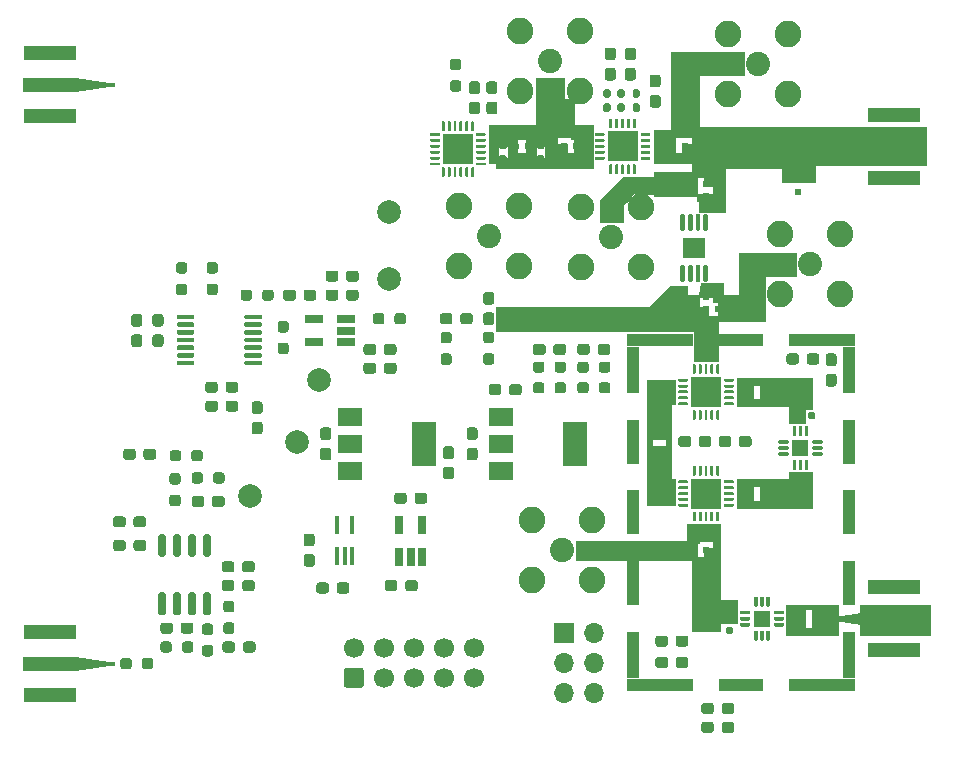
<source format=gts>
G04 #@! TF.GenerationSoftware,KiCad,Pcbnew,5.1.9*
G04 #@! TF.CreationDate,2021-04-28T13:54:20+02:00*
G04 #@! TF.ProjectId,Radar,52616461-722e-46b6-9963-61645f706362,rev?*
G04 #@! TF.SameCoordinates,Original*
G04 #@! TF.FileFunction,Soldermask,Top*
G04 #@! TF.FilePolarity,Negative*
%FSLAX46Y46*%
G04 Gerber Fmt 4.6, Leading zero omitted, Abs format (unit mm)*
G04 Created by KiCad (PCBNEW 5.1.9) date 2021-04-28 13:54:20*
%MOMM*%
%LPD*%
G01*
G04 APERTURE LIST*
%ADD10C,0.100000*%
%ADD11R,4.500000X1.300000*%
%ADD12R,4.500000X1.200000*%
%ADD13R,2.000000X1.500000*%
%ADD14R,2.000000X3.800000*%
%ADD15R,0.630000X0.630000*%
%ADD16O,1.700000X1.700000*%
%ADD17R,1.700000X1.700000*%
%ADD18C,2.000000*%
%ADD19R,4.550000X1.000000*%
%ADD20R,3.800000X1.000000*%
%ADD21R,1.000000X3.980000*%
%ADD22R,1.000000X3.800000*%
%ADD23R,1.000000X1.000000*%
%ADD24C,2.250000*%
%ADD25C,2.050000*%
%ADD26C,1.700000*%
%ADD27R,0.350000X0.350000*%
%ADD28R,7.050000X0.350000*%
%ADD29R,2.500000X2.500000*%
%ADD30R,2.600000X2.600000*%
%ADD31R,0.650000X1.560000*%
%ADD32R,0.400000X1.500000*%
%ADD33R,1.850000X1.730000*%
%ADD34R,1.450000X1.450000*%
%ADD35R,1.560000X0.650000*%
G04 APERTURE END LIST*
D10*
G36*
X157600000Y-48800000D02*
G01*
X156000000Y-48800000D01*
X155000000Y-49800000D01*
X155000000Y-51200000D01*
X153000000Y-51200000D01*
X153000000Y-49400000D01*
X155000000Y-47400000D01*
X157600000Y-47400000D01*
X157600000Y-48800000D01*
G37*
X157600000Y-48800000D02*
X156000000Y-48800000D01*
X155000000Y-49800000D01*
X155000000Y-51200000D01*
X153000000Y-51200000D01*
X153000000Y-49400000D01*
X155000000Y-47400000D01*
X157600000Y-47400000D01*
X157600000Y-48800000D01*
G36*
X160400000Y-57400000D02*
G01*
X161000000Y-57400000D01*
X161000000Y-60400000D01*
X144200000Y-60400000D01*
X144200000Y-58400000D01*
X157200000Y-58400000D01*
X159000000Y-56600000D01*
X160400000Y-56600000D01*
X160400000Y-57400000D01*
G37*
X160400000Y-57400000D02*
X161000000Y-57400000D01*
X161000000Y-60400000D01*
X144200000Y-60400000D01*
X144200000Y-58400000D01*
X157200000Y-58400000D01*
X159000000Y-56600000D01*
X160400000Y-56600000D01*
X160400000Y-57400000D01*
G36*
X150000000Y-40800000D02*
G01*
X150800000Y-40800000D01*
X150800000Y-43800000D01*
X147600000Y-43800000D01*
X147600000Y-39000000D01*
X150000000Y-39000000D01*
X150000000Y-40800000D01*
G37*
X150000000Y-40800000D02*
X150800000Y-40800000D01*
X150800000Y-43800000D01*
X147600000Y-43800000D01*
X147600000Y-39000000D01*
X150000000Y-39000000D01*
X150000000Y-40800000D01*
G36*
X150800000Y-44200000D02*
G01*
X150600000Y-44200000D01*
X150600000Y-44000000D01*
X149400000Y-44000000D01*
X149400000Y-43000000D01*
X150800000Y-43000000D01*
X150800000Y-44200000D01*
G37*
X150800000Y-44200000D02*
X150600000Y-44200000D01*
X150600000Y-44000000D01*
X149400000Y-44000000D01*
X149400000Y-43000000D01*
X150800000Y-43000000D01*
X150800000Y-44200000D01*
G36*
X148400000Y-44800000D02*
G01*
X146800000Y-44800000D01*
X146800000Y-44200000D01*
X146000000Y-44200000D01*
X146000000Y-43000000D01*
X148400000Y-43000000D01*
X148400000Y-44800000D01*
G37*
X148400000Y-44800000D02*
X146800000Y-44800000D01*
X146800000Y-44200000D01*
X146000000Y-44200000D01*
X146000000Y-43000000D01*
X148400000Y-43000000D01*
X148400000Y-44800000D01*
G36*
X145200000Y-44800000D02*
G01*
X144400000Y-44800000D01*
X144400000Y-43000000D01*
X145200000Y-43000000D01*
X145200000Y-44800000D01*
G37*
X145200000Y-44800000D02*
X144400000Y-44800000D01*
X144400000Y-43000000D01*
X145200000Y-43000000D01*
X145200000Y-44800000D01*
G36*
X144400000Y-45800000D02*
G01*
X145200000Y-45800000D01*
X145200000Y-43000000D01*
X146000000Y-43000000D01*
X146000000Y-45400000D01*
X146800000Y-45400000D01*
X146800000Y-44800000D01*
X147600000Y-44800000D01*
X147600000Y-45800000D01*
X148400000Y-45800000D01*
X148400000Y-43000000D01*
X149400000Y-43000000D01*
X149400000Y-44600000D01*
X150200000Y-44600000D01*
X150200000Y-45400000D01*
X150800000Y-45400000D01*
X150800000Y-43000000D01*
X152400000Y-43000000D01*
X152400000Y-46600000D01*
X144200000Y-46600000D01*
X144200000Y-46200000D01*
X143600000Y-46200000D01*
X143600000Y-43000000D01*
X144400000Y-43000000D01*
X144400000Y-45800000D01*
G37*
X144400000Y-45800000D02*
X145200000Y-45800000D01*
X145200000Y-43000000D01*
X146000000Y-43000000D01*
X146000000Y-45400000D01*
X146800000Y-45400000D01*
X146800000Y-44800000D01*
X147600000Y-44800000D01*
X147600000Y-45800000D01*
X148400000Y-45800000D01*
X148400000Y-43000000D01*
X149400000Y-43000000D01*
X149400000Y-44600000D01*
X150200000Y-44600000D01*
X150200000Y-45400000D01*
X150800000Y-45400000D01*
X150800000Y-43000000D01*
X152400000Y-43000000D01*
X152400000Y-46600000D01*
X144200000Y-46600000D01*
X144200000Y-46200000D01*
X143600000Y-46200000D01*
X143600000Y-43000000D01*
X144400000Y-43000000D01*
X144400000Y-45800000D01*
G36*
X161400000Y-49400000D02*
G01*
X161200000Y-49400000D01*
X161200000Y-48800000D01*
X161400000Y-48800000D01*
X161400000Y-49400000D01*
G37*
X161400000Y-49400000D02*
X161200000Y-49400000D01*
X161200000Y-48800000D01*
X161400000Y-48800000D01*
X161400000Y-49400000D01*
G36*
X163600000Y-50400000D02*
G01*
X161400000Y-50400000D01*
X161400000Y-48800000D01*
X162600000Y-48800000D01*
X162600000Y-48200000D01*
X161800000Y-48200000D01*
X161800000Y-47400000D01*
X161200000Y-47400000D01*
X161200000Y-49000000D01*
X157600000Y-49000000D01*
X157600000Y-47000000D01*
X160800000Y-47000000D01*
X160800000Y-46600000D01*
X163600000Y-46600000D01*
X163600000Y-50400000D01*
G37*
X163600000Y-50400000D02*
X161400000Y-50400000D01*
X161400000Y-48800000D01*
X162600000Y-48800000D01*
X162600000Y-48200000D01*
X161800000Y-48200000D01*
X161800000Y-47400000D01*
X161200000Y-47400000D01*
X161200000Y-49000000D01*
X157600000Y-49000000D01*
X157600000Y-47000000D01*
X160800000Y-47000000D01*
X160800000Y-46600000D01*
X163600000Y-46600000D01*
X163600000Y-50400000D01*
G36*
X159400000Y-44200000D02*
G01*
X158800000Y-44200000D01*
X158800000Y-43400000D01*
X159400000Y-43400000D01*
X159400000Y-44200000D01*
G37*
X159400000Y-44200000D02*
X158800000Y-44200000D01*
X158800000Y-43400000D01*
X159400000Y-43400000D01*
X159400000Y-44200000D01*
G36*
X165200000Y-38800000D02*
G01*
X161400000Y-38800000D01*
X161400000Y-46200000D01*
X157600000Y-46200000D01*
X157600000Y-43400000D01*
X158800000Y-43400000D01*
X158800000Y-44200000D01*
X159400000Y-44200000D01*
X159400000Y-45400000D01*
X160000000Y-45400000D01*
X160000000Y-44600000D01*
X160800000Y-44600000D01*
X160800000Y-44000000D01*
X159000000Y-44000000D01*
X159000000Y-36800000D01*
X165200000Y-36800000D01*
X165200000Y-38800000D01*
G37*
X165200000Y-38800000D02*
X161400000Y-38800000D01*
X161400000Y-46200000D01*
X157600000Y-46200000D01*
X157600000Y-43400000D01*
X158800000Y-43400000D01*
X158800000Y-44200000D01*
X159400000Y-44200000D01*
X159400000Y-45400000D01*
X160000000Y-45400000D01*
X160000000Y-44600000D01*
X160800000Y-44600000D01*
X160800000Y-44000000D01*
X159000000Y-44000000D01*
X159000000Y-36800000D01*
X165200000Y-36800000D01*
X165200000Y-38800000D01*
G36*
X180600000Y-46400000D02*
G01*
X171200000Y-46400000D01*
X171200000Y-47800000D01*
X168400000Y-47800000D01*
X168400000Y-46600000D01*
X160800000Y-46600000D01*
X160800000Y-43200000D01*
X180600000Y-43200000D01*
X180600000Y-46400000D01*
G37*
X180600000Y-46400000D02*
X171200000Y-46400000D01*
X171200000Y-47800000D01*
X168400000Y-47800000D01*
X168400000Y-46600000D01*
X160800000Y-46600000D01*
X160800000Y-43200000D01*
X180600000Y-43200000D01*
X180600000Y-46400000D01*
G36*
X162600000Y-79600000D02*
G01*
X161800000Y-79600000D01*
X161800000Y-78800000D01*
X162600000Y-78800000D01*
X162600000Y-79600000D01*
G37*
X162600000Y-79600000D02*
X161800000Y-79600000D01*
X161800000Y-78800000D01*
X162600000Y-78800000D01*
X162600000Y-79600000D01*
G36*
X163400000Y-57600000D02*
G01*
X161400000Y-57600000D01*
X161400000Y-57400000D01*
X161600000Y-56400000D01*
X163400000Y-56400000D01*
X163400000Y-57600000D01*
G37*
X163400000Y-57600000D02*
X161400000Y-57600000D01*
X161400000Y-57400000D01*
X161600000Y-56400000D01*
X163400000Y-56400000D01*
X163400000Y-57600000D01*
G36*
X169600000Y-55800000D02*
G01*
X167000000Y-55800000D01*
X167000000Y-59600000D01*
X163000000Y-59600000D01*
X163000000Y-63000000D01*
X161000000Y-63000000D01*
X161000000Y-57400000D01*
X161400000Y-57400000D01*
X161400000Y-58400000D01*
X162200000Y-58400000D01*
X162200000Y-59200000D01*
X163000000Y-59200000D01*
X163000000Y-58000000D01*
X162600000Y-58000000D01*
X162600000Y-56800000D01*
X163400000Y-56800000D01*
X163400000Y-57400000D01*
X164800000Y-57400000D01*
X164800000Y-53800000D01*
X169600000Y-53800000D01*
X169600000Y-55800000D01*
G37*
X169600000Y-55800000D02*
X167000000Y-55800000D01*
X167000000Y-59600000D01*
X163000000Y-59600000D01*
X163000000Y-63000000D01*
X161000000Y-63000000D01*
X161000000Y-57400000D01*
X161400000Y-57400000D01*
X161400000Y-58400000D01*
X162200000Y-58400000D01*
X162200000Y-59200000D01*
X163000000Y-59200000D01*
X163000000Y-58000000D01*
X162600000Y-58000000D01*
X162600000Y-56800000D01*
X163400000Y-56800000D01*
X163400000Y-57400000D01*
X164800000Y-57400000D01*
X164800000Y-53800000D01*
X169600000Y-53800000D01*
X169600000Y-55800000D01*
G36*
X181000000Y-86200000D02*
G01*
X175000000Y-86200000D01*
X175000000Y-83600000D01*
X181000000Y-83600000D01*
X181000000Y-86200000D01*
G37*
X181000000Y-86200000D02*
X175000000Y-86200000D01*
X175000000Y-83600000D01*
X181000000Y-83600000D01*
X181000000Y-86200000D01*
G36*
X166600000Y-65000000D02*
G01*
X166000000Y-65000000D01*
X166000000Y-64400000D01*
X166600000Y-64400000D01*
X166600000Y-65000000D01*
G37*
X166600000Y-65000000D02*
X166000000Y-65000000D01*
X166000000Y-64400000D01*
X166600000Y-64400000D01*
X166600000Y-65000000D01*
G36*
X160800000Y-79800000D02*
G01*
X160400000Y-79800000D01*
X160400000Y-79600000D01*
X160800000Y-79600000D01*
X160800000Y-79800000D01*
G37*
X160800000Y-79800000D02*
X160400000Y-79800000D01*
X160400000Y-79600000D01*
X160800000Y-79600000D01*
X160800000Y-79800000D01*
G36*
X159000000Y-70200000D02*
G01*
X158600000Y-70200000D01*
X158600000Y-69600000D01*
X159000000Y-69600000D01*
X159000000Y-70200000D01*
G37*
X159000000Y-70200000D02*
X158600000Y-70200000D01*
X158600000Y-69600000D01*
X159000000Y-69600000D01*
X159000000Y-70200000D01*
G36*
X159400000Y-66600000D02*
G01*
X159000000Y-66600000D01*
X159000000Y-69600000D01*
X157400000Y-69600000D01*
X157400000Y-70200000D01*
X159000000Y-70200000D01*
X159000000Y-73000000D01*
X159400000Y-73000000D01*
X159400000Y-75200000D01*
X157000000Y-75200000D01*
X157000000Y-64600000D01*
X159400000Y-64600000D01*
X159400000Y-66600000D01*
G37*
X159400000Y-66600000D02*
X159000000Y-66600000D01*
X159000000Y-69600000D01*
X157400000Y-69600000D01*
X157400000Y-70200000D01*
X159000000Y-70200000D01*
X159000000Y-73000000D01*
X159400000Y-73000000D01*
X159400000Y-75200000D01*
X157000000Y-75200000D01*
X157000000Y-64600000D01*
X159400000Y-64600000D01*
X159400000Y-66600000D01*
G36*
X166000000Y-66200000D02*
G01*
X166600000Y-66200001D01*
X166600000Y-64400000D01*
X171000000Y-64400000D01*
X171000000Y-67000000D01*
X170400000Y-67000000D01*
X170400000Y-68200000D01*
X169000000Y-68200000D01*
X169000000Y-66800000D01*
X164600000Y-66800000D01*
X164600000Y-64400000D01*
X166000000Y-64400000D01*
X166000000Y-66200000D01*
G37*
X166000000Y-66200000D02*
X166600000Y-66200001D01*
X166600000Y-64400000D01*
X171000000Y-64400000D01*
X171000000Y-67000000D01*
X170400000Y-67000000D01*
X170400000Y-68200000D01*
X169000000Y-68200000D01*
X169000000Y-66800000D01*
X164600000Y-66800000D01*
X164600000Y-64400000D01*
X166000000Y-64400000D01*
X166000000Y-66200000D01*
G36*
X166600000Y-73600000D02*
G01*
X166000000Y-73600000D01*
X166000000Y-73000000D01*
X166600000Y-73000000D01*
X166600000Y-73600000D01*
G37*
X166600000Y-73600000D02*
X166000000Y-73600000D01*
X166000000Y-73000000D01*
X166600000Y-73000000D01*
X166600000Y-73600000D01*
G36*
X171000000Y-75400000D02*
G01*
X164600000Y-75400000D01*
X164600000Y-73000000D01*
X166000000Y-73000000D01*
X166000000Y-74800000D01*
X166600000Y-74800000D01*
X166600000Y-73000000D01*
X169000000Y-73000000D01*
X169000000Y-72400000D01*
X171000000Y-72400000D01*
X171000000Y-75400000D01*
G37*
X171000000Y-75400000D02*
X164600000Y-75400000D01*
X164600000Y-73000000D01*
X166000000Y-73000000D01*
X166000000Y-74800000D01*
X166600000Y-74800000D01*
X166600000Y-73000000D01*
X169000000Y-73000000D01*
X169000000Y-72400000D01*
X171000000Y-72400000D01*
X171000000Y-75400000D01*
G36*
X161400000Y-78400000D02*
G01*
X160400000Y-78400000D01*
X160400000Y-77400000D01*
X161400000Y-77400000D01*
X161400000Y-78400000D01*
G37*
X161400000Y-78400000D02*
X160400000Y-78400000D01*
X160400000Y-77400000D01*
X161400000Y-77400000D01*
X161400000Y-78400000D01*
G36*
X161200000Y-79800000D02*
G01*
X151000000Y-79800000D01*
X151000000Y-78200000D01*
X161200000Y-78200000D01*
X161200000Y-79800000D01*
G37*
X161200000Y-79800000D02*
X151000000Y-79800000D01*
X151000000Y-78200000D01*
X161200000Y-78200000D01*
X161200000Y-79800000D01*
G36*
X163200000Y-83200000D02*
G01*
X164600000Y-83200000D01*
X164600000Y-85200000D01*
X163200000Y-85200000D01*
X163200000Y-85800000D01*
X160800000Y-85800000D01*
X160800000Y-79600000D01*
X162600000Y-79600000D01*
X162600000Y-78200000D01*
X160400000Y-78200000D01*
X160400000Y-76800000D01*
X163200000Y-76800000D01*
X163200000Y-83200000D01*
G37*
X163200000Y-83200000D02*
X164600000Y-83200000D01*
X164600000Y-85200000D01*
X163200000Y-85200000D01*
X163200000Y-85800000D01*
X160800000Y-85800000D01*
X160800000Y-79600000D01*
X162600000Y-79600000D01*
X162600000Y-78200000D01*
X160400000Y-78200000D01*
X160400000Y-76800000D01*
X163200000Y-76800000D01*
X163200000Y-83200000D01*
G36*
X171000000Y-84000000D02*
G01*
X170400000Y-84000000D01*
X170400000Y-83600000D01*
X171000000Y-83600000D01*
X171000000Y-84000000D01*
G37*
X171000000Y-84000000D02*
X170400000Y-84000000D01*
X170400000Y-83600000D01*
X171000000Y-83600000D01*
X171000000Y-84000000D01*
G36*
X171000000Y-86200000D02*
G01*
X170400000Y-86200000D01*
X170400000Y-85600000D01*
X171000000Y-85600000D01*
X171000000Y-86200000D01*
G37*
X171000000Y-86200000D02*
X170400000Y-86200000D01*
X170400000Y-85600000D01*
X171000000Y-85600000D01*
X171000000Y-86200000D01*
G36*
X173200000Y-86200000D02*
G01*
X171000000Y-86200000D01*
X171000000Y-83600000D01*
X173200000Y-83600000D01*
X173200000Y-86200000D01*
G37*
X173200000Y-86200000D02*
X171000000Y-86200000D01*
X171000000Y-83600000D01*
X173200000Y-83600000D01*
X173200000Y-86200000D01*
G36*
X170400000Y-86200000D02*
G01*
X168800000Y-86200000D01*
X168800000Y-83600000D01*
X170400000Y-83600000D01*
X170400000Y-86200000D01*
G37*
X170400000Y-86200000D02*
X168800000Y-86200000D01*
X168800000Y-83600000D01*
X170400000Y-83600000D01*
X170400000Y-86200000D01*
G36*
G01*
X154960000Y-40692500D02*
X154640000Y-40692500D01*
G75*
G02*
X154480000Y-40532500I0J160000D01*
G01*
X154480000Y-40137500D01*
G75*
G02*
X154640000Y-39977500I160000J0D01*
G01*
X154960000Y-39977500D01*
G75*
G02*
X155120000Y-40137500I0J-160000D01*
G01*
X155120000Y-40532500D01*
G75*
G02*
X154960000Y-40692500I-160000J0D01*
G01*
G37*
G36*
G01*
X154960000Y-41887500D02*
X154640000Y-41887500D01*
G75*
G02*
X154480000Y-41727500I0J160000D01*
G01*
X154480000Y-41332500D01*
G75*
G02*
X154640000Y-41172500I160000J0D01*
G01*
X154960000Y-41172500D01*
G75*
G02*
X155120000Y-41332500I0J-160000D01*
G01*
X155120000Y-41727500D01*
G75*
G02*
X154960000Y-41887500I-160000J0D01*
G01*
G37*
G36*
G01*
X156260000Y-40692500D02*
X155940000Y-40692500D01*
G75*
G02*
X155780000Y-40532500I0J160000D01*
G01*
X155780000Y-40137500D01*
G75*
G02*
X155940000Y-39977500I160000J0D01*
G01*
X156260000Y-39977500D01*
G75*
G02*
X156420000Y-40137500I0J-160000D01*
G01*
X156420000Y-40532500D01*
G75*
G02*
X156260000Y-40692500I-160000J0D01*
G01*
G37*
G36*
G01*
X156260000Y-41887500D02*
X155940000Y-41887500D01*
G75*
G02*
X155780000Y-41727500I0J160000D01*
G01*
X155780000Y-41332500D01*
G75*
G02*
X155940000Y-41172500I160000J0D01*
G01*
X156260000Y-41172500D01*
G75*
G02*
X156420000Y-41332500I0J-160000D01*
G01*
X156420000Y-41727500D01*
G75*
G02*
X156260000Y-41887500I-160000J0D01*
G01*
G37*
G36*
G01*
X153760000Y-40692500D02*
X153440000Y-40692500D01*
G75*
G02*
X153280000Y-40532500I0J160000D01*
G01*
X153280000Y-40137500D01*
G75*
G02*
X153440000Y-39977500I160000J0D01*
G01*
X153760000Y-39977500D01*
G75*
G02*
X153920000Y-40137500I0J-160000D01*
G01*
X153920000Y-40532500D01*
G75*
G02*
X153760000Y-40692500I-160000J0D01*
G01*
G37*
G36*
G01*
X153760000Y-41887500D02*
X153440000Y-41887500D01*
G75*
G02*
X153280000Y-41727500I0J160000D01*
G01*
X153280000Y-41332500D01*
G75*
G02*
X153440000Y-41172500I160000J0D01*
G01*
X153760000Y-41172500D01*
G75*
G02*
X153920000Y-41332500I0J-160000D01*
G01*
X153920000Y-41727500D01*
G75*
G02*
X153760000Y-41887500I-160000J0D01*
G01*
G37*
D11*
X177950000Y-82125000D03*
X177950000Y-87475000D03*
D12*
X177950000Y-84800000D03*
D10*
G36*
X180200000Y-85400000D02*
G01*
X175700000Y-85400000D01*
X172950000Y-84974687D01*
X172450000Y-84974687D01*
X172450000Y-84625313D01*
X172950000Y-84625313D01*
X175700000Y-84200000D01*
X180200000Y-84200000D01*
X180200000Y-85400000D01*
G37*
D11*
X106450000Y-91275000D03*
X106450000Y-85925000D03*
D12*
X106450000Y-88600000D03*
D10*
G36*
X104200000Y-88000000D02*
G01*
X108700000Y-88000000D01*
X111450000Y-88425313D01*
X111950000Y-88425313D01*
X111950000Y-88774687D01*
X111450000Y-88774687D01*
X108700000Y-89200000D01*
X104200000Y-89200000D01*
X104200000Y-88000000D01*
G37*
D11*
X177950000Y-42125000D03*
X177950000Y-47475000D03*
D12*
X177950000Y-44800000D03*
D10*
G36*
X180200000Y-45400000D02*
G01*
X175700000Y-45400000D01*
X172950000Y-44974687D01*
X172450000Y-44974687D01*
X172450000Y-44625313D01*
X172950000Y-44625313D01*
X175700000Y-44200000D01*
X180200000Y-44200000D01*
X180200000Y-45400000D01*
G37*
D11*
X106450000Y-42275000D03*
X106450000Y-36925000D03*
D12*
X106450000Y-39600000D03*
D10*
G36*
X104200000Y-39000000D02*
G01*
X108700000Y-39000000D01*
X111450000Y-39425313D01*
X111950000Y-39425313D01*
X111950000Y-39774687D01*
X111450000Y-39774687D01*
X108700000Y-40200000D01*
X104200000Y-40200000D01*
X104200000Y-39000000D01*
G37*
D13*
X131850000Y-67700000D03*
X131850000Y-72300000D03*
X131850000Y-70000000D03*
D14*
X138150000Y-70000000D03*
G36*
G01*
X170525000Y-63037500D02*
X170525000Y-62562500D01*
G75*
G02*
X170762500Y-62325000I237500J0D01*
G01*
X171362500Y-62325000D01*
G75*
G02*
X171600000Y-62562500I0J-237500D01*
G01*
X171600000Y-63037500D01*
G75*
G02*
X171362500Y-63275000I-237500J0D01*
G01*
X170762500Y-63275000D01*
G75*
G02*
X170525000Y-63037500I0J237500D01*
G01*
G37*
G36*
G01*
X168800000Y-63037500D02*
X168800000Y-62562500D01*
G75*
G02*
X169037500Y-62325000I237500J0D01*
G01*
X169637500Y-62325000D01*
G75*
G02*
X169875000Y-62562500I0J-237500D01*
G01*
X169875000Y-63037500D01*
G75*
G02*
X169637500Y-63275000I-237500J0D01*
G01*
X169037500Y-63275000D01*
G75*
G02*
X168800000Y-63037500I0J237500D01*
G01*
G37*
D15*
X150000000Y-43770000D03*
X150000000Y-44800000D03*
X151030000Y-44800000D03*
G36*
G01*
X121837500Y-84262500D02*
X121362500Y-84262500D01*
G75*
G02*
X121125000Y-84025000I0J237500D01*
G01*
X121125000Y-83525000D01*
G75*
G02*
X121362500Y-83287500I237500J0D01*
G01*
X121837500Y-83287500D01*
G75*
G02*
X122075000Y-83525000I0J-237500D01*
G01*
X122075000Y-84025000D01*
G75*
G02*
X121837500Y-84262500I-237500J0D01*
G01*
G37*
G36*
G01*
X121837500Y-86087500D02*
X121362500Y-86087500D01*
G75*
G02*
X121125000Y-85850000I0J237500D01*
G01*
X121125000Y-85350000D01*
G75*
G02*
X121362500Y-85112500I237500J0D01*
G01*
X121837500Y-85112500D01*
G75*
G02*
X122075000Y-85350000I0J-237500D01*
G01*
X122075000Y-85850000D01*
G75*
G02*
X121837500Y-86087500I-237500J0D01*
G01*
G37*
G36*
G01*
X119605000Y-82575000D02*
X119905000Y-82575000D01*
G75*
G02*
X120055000Y-82725000I0J-150000D01*
G01*
X120055000Y-84375000D01*
G75*
G02*
X119905000Y-84525000I-150000J0D01*
G01*
X119605000Y-84525000D01*
G75*
G02*
X119455000Y-84375000I0J150000D01*
G01*
X119455000Y-82725000D01*
G75*
G02*
X119605000Y-82575000I150000J0D01*
G01*
G37*
G36*
G01*
X118335000Y-82575000D02*
X118635000Y-82575000D01*
G75*
G02*
X118785000Y-82725000I0J-150000D01*
G01*
X118785000Y-84375000D01*
G75*
G02*
X118635000Y-84525000I-150000J0D01*
G01*
X118335000Y-84525000D01*
G75*
G02*
X118185000Y-84375000I0J150000D01*
G01*
X118185000Y-82725000D01*
G75*
G02*
X118335000Y-82575000I150000J0D01*
G01*
G37*
G36*
G01*
X117065000Y-82575000D02*
X117365000Y-82575000D01*
G75*
G02*
X117515000Y-82725000I0J-150000D01*
G01*
X117515000Y-84375000D01*
G75*
G02*
X117365000Y-84525000I-150000J0D01*
G01*
X117065000Y-84525000D01*
G75*
G02*
X116915000Y-84375000I0J150000D01*
G01*
X116915000Y-82725000D01*
G75*
G02*
X117065000Y-82575000I150000J0D01*
G01*
G37*
G36*
G01*
X115795000Y-82575000D02*
X116095000Y-82575000D01*
G75*
G02*
X116245000Y-82725000I0J-150000D01*
G01*
X116245000Y-84375000D01*
G75*
G02*
X116095000Y-84525000I-150000J0D01*
G01*
X115795000Y-84525000D01*
G75*
G02*
X115645000Y-84375000I0J150000D01*
G01*
X115645000Y-82725000D01*
G75*
G02*
X115795000Y-82575000I150000J0D01*
G01*
G37*
G36*
G01*
X115795000Y-77625000D02*
X116095000Y-77625000D01*
G75*
G02*
X116245000Y-77775000I0J-150000D01*
G01*
X116245000Y-79425000D01*
G75*
G02*
X116095000Y-79575000I-150000J0D01*
G01*
X115795000Y-79575000D01*
G75*
G02*
X115645000Y-79425000I0J150000D01*
G01*
X115645000Y-77775000D01*
G75*
G02*
X115795000Y-77625000I150000J0D01*
G01*
G37*
G36*
G01*
X117065000Y-77625000D02*
X117365000Y-77625000D01*
G75*
G02*
X117515000Y-77775000I0J-150000D01*
G01*
X117515000Y-79425000D01*
G75*
G02*
X117365000Y-79575000I-150000J0D01*
G01*
X117065000Y-79575000D01*
G75*
G02*
X116915000Y-79425000I0J150000D01*
G01*
X116915000Y-77775000D01*
G75*
G02*
X117065000Y-77625000I150000J0D01*
G01*
G37*
G36*
G01*
X118335000Y-77625000D02*
X118635000Y-77625000D01*
G75*
G02*
X118785000Y-77775000I0J-150000D01*
G01*
X118785000Y-79425000D01*
G75*
G02*
X118635000Y-79575000I-150000J0D01*
G01*
X118335000Y-79575000D01*
G75*
G02*
X118185000Y-79425000I0J150000D01*
G01*
X118185000Y-77775000D01*
G75*
G02*
X118335000Y-77625000I150000J0D01*
G01*
G37*
G36*
G01*
X119605000Y-77625000D02*
X119905000Y-77625000D01*
G75*
G02*
X120055000Y-77775000I0J-150000D01*
G01*
X120055000Y-79425000D01*
G75*
G02*
X119905000Y-79575000I-150000J0D01*
G01*
X119605000Y-79575000D01*
G75*
G02*
X119455000Y-79425000I0J150000D01*
G01*
X119455000Y-77775000D01*
G75*
G02*
X119605000Y-77625000I150000J0D01*
G01*
G37*
D16*
X152540000Y-91080000D03*
X150000000Y-91080000D03*
X152540000Y-88540000D03*
X150000000Y-88540000D03*
X152540000Y-86000000D03*
D17*
X150000000Y-86000000D03*
D18*
X123400000Y-74400000D03*
D15*
X160970000Y-79000000D03*
X162000000Y-79000000D03*
X162000000Y-77970000D03*
G36*
G01*
X172362500Y-64062500D02*
X172837500Y-64062500D01*
G75*
G02*
X173075000Y-64300000I0J-237500D01*
G01*
X173075000Y-64900000D01*
G75*
G02*
X172837500Y-65137500I-237500J0D01*
G01*
X172362500Y-65137500D01*
G75*
G02*
X172125000Y-64900000I0J237500D01*
G01*
X172125000Y-64300000D01*
G75*
G02*
X172362500Y-64062500I237500J0D01*
G01*
G37*
G36*
G01*
X172362500Y-62337500D02*
X172837500Y-62337500D01*
G75*
G02*
X173075000Y-62575000I0J-237500D01*
G01*
X173075000Y-63175000D01*
G75*
G02*
X172837500Y-63412500I-237500J0D01*
G01*
X172362500Y-63412500D01*
G75*
G02*
X172125000Y-63175000I0J237500D01*
G01*
X172125000Y-62575000D01*
G75*
G02*
X172362500Y-62337500I237500J0D01*
G01*
G37*
D19*
X171325000Y-61220000D03*
X171325000Y-90380000D03*
D20*
X164950000Y-61220000D03*
X164950000Y-90380000D03*
D19*
X158575000Y-61220000D03*
X158575000Y-90380000D03*
D21*
X174100000Y-63710000D03*
X155800000Y-63710000D03*
D22*
X174100000Y-69800000D03*
X155800000Y-69800000D03*
X174100000Y-75800000D03*
X155800000Y-75800000D03*
X174100000Y-81800000D03*
X155800000Y-81800000D03*
D21*
X174100000Y-87890000D03*
X155800000Y-87890000D03*
D23*
X174100000Y-90380000D03*
X174100000Y-61220000D03*
X155800000Y-61220000D03*
X155800000Y-90380000D03*
D15*
X158000000Y-69370000D03*
X158000000Y-70400000D03*
X166830000Y-74200000D03*
X165800000Y-74200000D03*
D13*
X144650000Y-67700000D03*
X144650000Y-72300000D03*
X144650000Y-70000000D03*
D14*
X150950000Y-70000000D03*
D24*
X163860000Y-35260000D03*
X168940000Y-35260000D03*
X168940000Y-40340000D03*
X163860000Y-40340000D03*
D25*
X166400000Y-37800000D03*
D24*
X151340000Y-40140000D03*
X146260000Y-40140000D03*
X146260000Y-35060000D03*
X151340000Y-35060000D03*
D25*
X148800000Y-37600000D03*
D24*
X151460000Y-54990000D03*
X151460000Y-49910000D03*
X156540000Y-49910000D03*
X156540000Y-54990000D03*
D25*
X154000000Y-52450000D03*
D24*
X173340000Y-52260000D03*
X173340000Y-57340000D03*
X168260000Y-57340000D03*
X168260000Y-52260000D03*
D25*
X170800000Y-54800000D03*
D24*
X152340000Y-81540000D03*
X147260000Y-81540000D03*
X147260000Y-76460000D03*
X152340000Y-76460000D03*
D25*
X149800000Y-79000000D03*
D24*
X146140000Y-49870000D03*
X146140000Y-54950000D03*
X141060000Y-54950000D03*
X141060000Y-49870000D03*
D25*
X143600000Y-52410000D03*
D26*
X142340000Y-87260000D03*
X139800000Y-87260000D03*
X137260000Y-87260000D03*
X134720000Y-87260000D03*
X132180000Y-87260000D03*
X142340000Y-89800000D03*
X139800000Y-89800000D03*
X137260000Y-89800000D03*
X134720000Y-89800000D03*
G36*
G01*
X132780000Y-90650000D02*
X131580000Y-90650000D01*
G75*
G02*
X131330000Y-90400000I0J250000D01*
G01*
X131330000Y-89200000D01*
G75*
G02*
X131580000Y-88950000I250000J0D01*
G01*
X132780000Y-88950000D01*
G75*
G02*
X133030000Y-89200000I0J-250000D01*
G01*
X133030000Y-90400000D01*
G75*
G02*
X132780000Y-90650000I-250000J0D01*
G01*
G37*
D15*
X169800000Y-47600000D03*
X169800000Y-48630000D03*
X160200000Y-43770000D03*
X160200000Y-44800000D03*
X159170000Y-44800000D03*
X160970000Y-48000000D03*
X162000000Y-48000000D03*
X162000000Y-49030000D03*
X163030000Y-58600000D03*
X162000000Y-58600000D03*
X162000000Y-57570000D03*
X165800000Y-65600000D03*
X166830000Y-65600000D03*
X171200000Y-84800000D03*
X170170000Y-84800000D03*
G36*
G01*
X164787500Y-70037500D02*
X164787500Y-69562500D01*
G75*
G02*
X165025000Y-69325000I237500J0D01*
G01*
X165625000Y-69325000D01*
G75*
G02*
X165862500Y-69562500I0J-237500D01*
G01*
X165862500Y-70037500D01*
G75*
G02*
X165625000Y-70275000I-237500J0D01*
G01*
X165025000Y-70275000D01*
G75*
G02*
X164787500Y-70037500I0J237500D01*
G01*
G37*
G36*
G01*
X163062500Y-70037500D02*
X163062500Y-69562500D01*
G75*
G02*
X163300000Y-69325000I237500J0D01*
G01*
X163900000Y-69325000D01*
G75*
G02*
X164137500Y-69562500I0J-237500D01*
G01*
X164137500Y-70037500D01*
G75*
G02*
X163900000Y-70275000I-237500J0D01*
G01*
X163300000Y-70275000D01*
G75*
G02*
X163062500Y-70037500I0J237500D01*
G01*
G37*
G36*
G01*
X160737500Y-69562500D02*
X160737500Y-70037500D01*
G75*
G02*
X160500000Y-70275000I-237500J0D01*
G01*
X159900000Y-70275000D01*
G75*
G02*
X159662500Y-70037500I0J237500D01*
G01*
X159662500Y-69562500D01*
G75*
G02*
X159900000Y-69325000I237500J0D01*
G01*
X160500000Y-69325000D01*
G75*
G02*
X160737500Y-69562500I0J-237500D01*
G01*
G37*
G36*
G01*
X162462500Y-69562500D02*
X162462500Y-70037500D01*
G75*
G02*
X162225000Y-70275000I-237500J0D01*
G01*
X161625000Y-70275000D01*
G75*
G02*
X161387500Y-70037500I0J237500D01*
G01*
X161387500Y-69562500D01*
G75*
G02*
X161625000Y-69325000I237500J0D01*
G01*
X162225000Y-69325000D01*
G75*
G02*
X162462500Y-69562500I0J-237500D01*
G01*
G37*
D27*
X169600000Y-45276000D03*
X162200000Y-45276000D03*
X169600000Y-44800000D03*
X162200000Y-44800000D03*
D28*
X165900000Y-45276000D03*
X165900000Y-44800000D03*
D29*
X154937500Y-44800000D03*
G36*
G01*
X153812500Y-43212500D02*
X153812500Y-42512500D01*
G75*
G02*
X153875000Y-42450000I62500J0D01*
G01*
X154000000Y-42450000D01*
G75*
G02*
X154062500Y-42512500I0J-62500D01*
G01*
X154062500Y-43212500D01*
G75*
G02*
X154000000Y-43275000I-62500J0D01*
G01*
X153875000Y-43275000D01*
G75*
G02*
X153812500Y-43212500I0J62500D01*
G01*
G37*
G36*
G01*
X154312500Y-43212500D02*
X154312500Y-42512500D01*
G75*
G02*
X154375000Y-42450000I62500J0D01*
G01*
X154500000Y-42450000D01*
G75*
G02*
X154562500Y-42512500I0J-62500D01*
G01*
X154562500Y-43212500D01*
G75*
G02*
X154500000Y-43275000I-62500J0D01*
G01*
X154375000Y-43275000D01*
G75*
G02*
X154312500Y-43212500I0J62500D01*
G01*
G37*
G36*
G01*
X154812500Y-43212500D02*
X154812500Y-42512500D01*
G75*
G02*
X154875000Y-42450000I62500J0D01*
G01*
X155000000Y-42450000D01*
G75*
G02*
X155062500Y-42512500I0J-62500D01*
G01*
X155062500Y-43212500D01*
G75*
G02*
X155000000Y-43275000I-62500J0D01*
G01*
X154875000Y-43275000D01*
G75*
G02*
X154812500Y-43212500I0J62500D01*
G01*
G37*
G36*
G01*
X155312500Y-43212500D02*
X155312500Y-42512500D01*
G75*
G02*
X155375000Y-42450000I62500J0D01*
G01*
X155500000Y-42450000D01*
G75*
G02*
X155562500Y-42512500I0J-62500D01*
G01*
X155562500Y-43212500D01*
G75*
G02*
X155500000Y-43275000I-62500J0D01*
G01*
X155375000Y-43275000D01*
G75*
G02*
X155312500Y-43212500I0J62500D01*
G01*
G37*
G36*
G01*
X155812500Y-43212500D02*
X155812500Y-42512500D01*
G75*
G02*
X155875000Y-42450000I62500J0D01*
G01*
X156000000Y-42450000D01*
G75*
G02*
X156062500Y-42512500I0J-62500D01*
G01*
X156062500Y-43212500D01*
G75*
G02*
X156000000Y-43275000I-62500J0D01*
G01*
X155875000Y-43275000D01*
G75*
G02*
X155812500Y-43212500I0J62500D01*
G01*
G37*
G36*
G01*
X156462500Y-43862500D02*
X156462500Y-43737500D01*
G75*
G02*
X156525000Y-43675000I62500J0D01*
G01*
X157225000Y-43675000D01*
G75*
G02*
X157287500Y-43737500I0J-62500D01*
G01*
X157287500Y-43862500D01*
G75*
G02*
X157225000Y-43925000I-62500J0D01*
G01*
X156525000Y-43925000D01*
G75*
G02*
X156462500Y-43862500I0J62500D01*
G01*
G37*
G36*
G01*
X156462500Y-44362500D02*
X156462500Y-44237500D01*
G75*
G02*
X156525000Y-44175000I62500J0D01*
G01*
X157225000Y-44175000D01*
G75*
G02*
X157287500Y-44237500I0J-62500D01*
G01*
X157287500Y-44362500D01*
G75*
G02*
X157225000Y-44425000I-62500J0D01*
G01*
X156525000Y-44425000D01*
G75*
G02*
X156462500Y-44362500I0J62500D01*
G01*
G37*
G36*
G01*
X156462500Y-44862500D02*
X156462500Y-44737500D01*
G75*
G02*
X156525000Y-44675000I62500J0D01*
G01*
X157225000Y-44675000D01*
G75*
G02*
X157287500Y-44737500I0J-62500D01*
G01*
X157287500Y-44862500D01*
G75*
G02*
X157225000Y-44925000I-62500J0D01*
G01*
X156525000Y-44925000D01*
G75*
G02*
X156462500Y-44862500I0J62500D01*
G01*
G37*
G36*
G01*
X156462500Y-45362500D02*
X156462500Y-45237500D01*
G75*
G02*
X156525000Y-45175000I62500J0D01*
G01*
X157225000Y-45175000D01*
G75*
G02*
X157287500Y-45237500I0J-62500D01*
G01*
X157287500Y-45362500D01*
G75*
G02*
X157225000Y-45425000I-62500J0D01*
G01*
X156525000Y-45425000D01*
G75*
G02*
X156462500Y-45362500I0J62500D01*
G01*
G37*
G36*
G01*
X156462500Y-45862500D02*
X156462500Y-45737500D01*
G75*
G02*
X156525000Y-45675000I62500J0D01*
G01*
X157225000Y-45675000D01*
G75*
G02*
X157287500Y-45737500I0J-62500D01*
G01*
X157287500Y-45862500D01*
G75*
G02*
X157225000Y-45925000I-62500J0D01*
G01*
X156525000Y-45925000D01*
G75*
G02*
X156462500Y-45862500I0J62500D01*
G01*
G37*
G36*
G01*
X155812500Y-47087500D02*
X155812500Y-46387500D01*
G75*
G02*
X155875000Y-46325000I62500J0D01*
G01*
X156000000Y-46325000D01*
G75*
G02*
X156062500Y-46387500I0J-62500D01*
G01*
X156062500Y-47087500D01*
G75*
G02*
X156000000Y-47150000I-62500J0D01*
G01*
X155875000Y-47150000D01*
G75*
G02*
X155812500Y-47087500I0J62500D01*
G01*
G37*
G36*
G01*
X155312500Y-47087500D02*
X155312500Y-46387500D01*
G75*
G02*
X155375000Y-46325000I62500J0D01*
G01*
X155500000Y-46325000D01*
G75*
G02*
X155562500Y-46387500I0J-62500D01*
G01*
X155562500Y-47087500D01*
G75*
G02*
X155500000Y-47150000I-62500J0D01*
G01*
X155375000Y-47150000D01*
G75*
G02*
X155312500Y-47087500I0J62500D01*
G01*
G37*
G36*
G01*
X154812500Y-47087500D02*
X154812500Y-46387500D01*
G75*
G02*
X154875000Y-46325000I62500J0D01*
G01*
X155000000Y-46325000D01*
G75*
G02*
X155062500Y-46387500I0J-62500D01*
G01*
X155062500Y-47087500D01*
G75*
G02*
X155000000Y-47150000I-62500J0D01*
G01*
X154875000Y-47150000D01*
G75*
G02*
X154812500Y-47087500I0J62500D01*
G01*
G37*
G36*
G01*
X154312500Y-47087500D02*
X154312500Y-46387500D01*
G75*
G02*
X154375000Y-46325000I62500J0D01*
G01*
X154500000Y-46325000D01*
G75*
G02*
X154562500Y-46387500I0J-62500D01*
G01*
X154562500Y-47087500D01*
G75*
G02*
X154500000Y-47150000I-62500J0D01*
G01*
X154375000Y-47150000D01*
G75*
G02*
X154312500Y-47087500I0J62500D01*
G01*
G37*
G36*
G01*
X153812500Y-47087500D02*
X153812500Y-46387500D01*
G75*
G02*
X153875000Y-46325000I62500J0D01*
G01*
X154000000Y-46325000D01*
G75*
G02*
X154062500Y-46387500I0J-62500D01*
G01*
X154062500Y-47087500D01*
G75*
G02*
X154000000Y-47150000I-62500J0D01*
G01*
X153875000Y-47150000D01*
G75*
G02*
X153812500Y-47087500I0J62500D01*
G01*
G37*
G36*
G01*
X152587500Y-45862500D02*
X152587500Y-45737500D01*
G75*
G02*
X152650000Y-45675000I62500J0D01*
G01*
X153350000Y-45675000D01*
G75*
G02*
X153412500Y-45737500I0J-62500D01*
G01*
X153412500Y-45862500D01*
G75*
G02*
X153350000Y-45925000I-62500J0D01*
G01*
X152650000Y-45925000D01*
G75*
G02*
X152587500Y-45862500I0J62500D01*
G01*
G37*
G36*
G01*
X152587500Y-45362500D02*
X152587500Y-45237500D01*
G75*
G02*
X152650000Y-45175000I62500J0D01*
G01*
X153350000Y-45175000D01*
G75*
G02*
X153412500Y-45237500I0J-62500D01*
G01*
X153412500Y-45362500D01*
G75*
G02*
X153350000Y-45425000I-62500J0D01*
G01*
X152650000Y-45425000D01*
G75*
G02*
X152587500Y-45362500I0J62500D01*
G01*
G37*
G36*
G01*
X152587500Y-44862500D02*
X152587500Y-44737500D01*
G75*
G02*
X152650000Y-44675000I62500J0D01*
G01*
X153350000Y-44675000D01*
G75*
G02*
X153412500Y-44737500I0J-62500D01*
G01*
X153412500Y-44862500D01*
G75*
G02*
X153350000Y-44925000I-62500J0D01*
G01*
X152650000Y-44925000D01*
G75*
G02*
X152587500Y-44862500I0J62500D01*
G01*
G37*
G36*
G01*
X152587500Y-44362500D02*
X152587500Y-44237500D01*
G75*
G02*
X152650000Y-44175000I62500J0D01*
G01*
X153350000Y-44175000D01*
G75*
G02*
X153412500Y-44237500I0J-62500D01*
G01*
X153412500Y-44362500D01*
G75*
G02*
X153350000Y-44425000I-62500J0D01*
G01*
X152650000Y-44425000D01*
G75*
G02*
X152587500Y-44362500I0J62500D01*
G01*
G37*
G36*
G01*
X152587500Y-43862500D02*
X152587500Y-43737500D01*
G75*
G02*
X152650000Y-43675000I62500J0D01*
G01*
X153350000Y-43675000D01*
G75*
G02*
X153412500Y-43737500I0J-62500D01*
G01*
X153412500Y-43862500D01*
G75*
G02*
X153350000Y-43925000I-62500J0D01*
G01*
X152650000Y-43925000D01*
G75*
G02*
X152587500Y-43862500I0J62500D01*
G01*
G37*
D30*
X141000000Y-45050000D03*
G36*
G01*
X139625000Y-43462500D02*
X139625000Y-42762500D01*
G75*
G02*
X139687500Y-42700000I62500J0D01*
G01*
X139812500Y-42700000D01*
G75*
G02*
X139875000Y-42762500I0J-62500D01*
G01*
X139875000Y-43462500D01*
G75*
G02*
X139812500Y-43525000I-62500J0D01*
G01*
X139687500Y-43525000D01*
G75*
G02*
X139625000Y-43462500I0J62500D01*
G01*
G37*
G36*
G01*
X140125000Y-43462500D02*
X140125000Y-42762500D01*
G75*
G02*
X140187500Y-42700000I62500J0D01*
G01*
X140312500Y-42700000D01*
G75*
G02*
X140375000Y-42762500I0J-62500D01*
G01*
X140375000Y-43462500D01*
G75*
G02*
X140312500Y-43525000I-62500J0D01*
G01*
X140187500Y-43525000D01*
G75*
G02*
X140125000Y-43462500I0J62500D01*
G01*
G37*
G36*
G01*
X140625000Y-43462500D02*
X140625000Y-42762500D01*
G75*
G02*
X140687500Y-42700000I62500J0D01*
G01*
X140812500Y-42700000D01*
G75*
G02*
X140875000Y-42762500I0J-62500D01*
G01*
X140875000Y-43462500D01*
G75*
G02*
X140812500Y-43525000I-62500J0D01*
G01*
X140687500Y-43525000D01*
G75*
G02*
X140625000Y-43462500I0J62500D01*
G01*
G37*
G36*
G01*
X141125000Y-43462500D02*
X141125000Y-42762500D01*
G75*
G02*
X141187500Y-42700000I62500J0D01*
G01*
X141312500Y-42700000D01*
G75*
G02*
X141375000Y-42762500I0J-62500D01*
G01*
X141375000Y-43462500D01*
G75*
G02*
X141312500Y-43525000I-62500J0D01*
G01*
X141187500Y-43525000D01*
G75*
G02*
X141125000Y-43462500I0J62500D01*
G01*
G37*
G36*
G01*
X141625000Y-43462500D02*
X141625000Y-42762500D01*
G75*
G02*
X141687500Y-42700000I62500J0D01*
G01*
X141812500Y-42700000D01*
G75*
G02*
X141875000Y-42762500I0J-62500D01*
G01*
X141875000Y-43462500D01*
G75*
G02*
X141812500Y-43525000I-62500J0D01*
G01*
X141687500Y-43525000D01*
G75*
G02*
X141625000Y-43462500I0J62500D01*
G01*
G37*
G36*
G01*
X142125000Y-43462500D02*
X142125000Y-42762500D01*
G75*
G02*
X142187500Y-42700000I62500J0D01*
G01*
X142312500Y-42700000D01*
G75*
G02*
X142375000Y-42762500I0J-62500D01*
G01*
X142375000Y-43462500D01*
G75*
G02*
X142312500Y-43525000I-62500J0D01*
G01*
X142187500Y-43525000D01*
G75*
G02*
X142125000Y-43462500I0J62500D01*
G01*
G37*
G36*
G01*
X142525000Y-43862500D02*
X142525000Y-43737500D01*
G75*
G02*
X142587500Y-43675000I62500J0D01*
G01*
X143287500Y-43675000D01*
G75*
G02*
X143350000Y-43737500I0J-62500D01*
G01*
X143350000Y-43862500D01*
G75*
G02*
X143287500Y-43925000I-62500J0D01*
G01*
X142587500Y-43925000D01*
G75*
G02*
X142525000Y-43862500I0J62500D01*
G01*
G37*
G36*
G01*
X142525000Y-44362500D02*
X142525000Y-44237500D01*
G75*
G02*
X142587500Y-44175000I62500J0D01*
G01*
X143287500Y-44175000D01*
G75*
G02*
X143350000Y-44237500I0J-62500D01*
G01*
X143350000Y-44362500D01*
G75*
G02*
X143287500Y-44425000I-62500J0D01*
G01*
X142587500Y-44425000D01*
G75*
G02*
X142525000Y-44362500I0J62500D01*
G01*
G37*
G36*
G01*
X142525000Y-44862500D02*
X142525000Y-44737500D01*
G75*
G02*
X142587500Y-44675000I62500J0D01*
G01*
X143287500Y-44675000D01*
G75*
G02*
X143350000Y-44737500I0J-62500D01*
G01*
X143350000Y-44862500D01*
G75*
G02*
X143287500Y-44925000I-62500J0D01*
G01*
X142587500Y-44925000D01*
G75*
G02*
X142525000Y-44862500I0J62500D01*
G01*
G37*
G36*
G01*
X142525000Y-45362500D02*
X142525000Y-45237500D01*
G75*
G02*
X142587500Y-45175000I62500J0D01*
G01*
X143287500Y-45175000D01*
G75*
G02*
X143350000Y-45237500I0J-62500D01*
G01*
X143350000Y-45362500D01*
G75*
G02*
X143287500Y-45425000I-62500J0D01*
G01*
X142587500Y-45425000D01*
G75*
G02*
X142525000Y-45362500I0J62500D01*
G01*
G37*
G36*
G01*
X142525000Y-45862500D02*
X142525000Y-45737500D01*
G75*
G02*
X142587500Y-45675000I62500J0D01*
G01*
X143287500Y-45675000D01*
G75*
G02*
X143350000Y-45737500I0J-62500D01*
G01*
X143350000Y-45862500D01*
G75*
G02*
X143287500Y-45925000I-62500J0D01*
G01*
X142587500Y-45925000D01*
G75*
G02*
X142525000Y-45862500I0J62500D01*
G01*
G37*
G36*
G01*
X142525000Y-46362500D02*
X142525000Y-46237500D01*
G75*
G02*
X142587500Y-46175000I62500J0D01*
G01*
X143287500Y-46175000D01*
G75*
G02*
X143350000Y-46237500I0J-62500D01*
G01*
X143350000Y-46362500D01*
G75*
G02*
X143287500Y-46425000I-62500J0D01*
G01*
X142587500Y-46425000D01*
G75*
G02*
X142525000Y-46362500I0J62500D01*
G01*
G37*
G36*
G01*
X142125000Y-47337500D02*
X142125000Y-46637500D01*
G75*
G02*
X142187500Y-46575000I62500J0D01*
G01*
X142312500Y-46575000D01*
G75*
G02*
X142375000Y-46637500I0J-62500D01*
G01*
X142375000Y-47337500D01*
G75*
G02*
X142312500Y-47400000I-62500J0D01*
G01*
X142187500Y-47400000D01*
G75*
G02*
X142125000Y-47337500I0J62500D01*
G01*
G37*
G36*
G01*
X141625000Y-47337500D02*
X141625000Y-46637500D01*
G75*
G02*
X141687500Y-46575000I62500J0D01*
G01*
X141812500Y-46575000D01*
G75*
G02*
X141875000Y-46637500I0J-62500D01*
G01*
X141875000Y-47337500D01*
G75*
G02*
X141812500Y-47400000I-62500J0D01*
G01*
X141687500Y-47400000D01*
G75*
G02*
X141625000Y-47337500I0J62500D01*
G01*
G37*
G36*
G01*
X141125000Y-47337500D02*
X141125000Y-46637500D01*
G75*
G02*
X141187500Y-46575000I62500J0D01*
G01*
X141312500Y-46575000D01*
G75*
G02*
X141375000Y-46637500I0J-62500D01*
G01*
X141375000Y-47337500D01*
G75*
G02*
X141312500Y-47400000I-62500J0D01*
G01*
X141187500Y-47400000D01*
G75*
G02*
X141125000Y-47337500I0J62500D01*
G01*
G37*
G36*
G01*
X140625000Y-47337500D02*
X140625000Y-46637500D01*
G75*
G02*
X140687500Y-46575000I62500J0D01*
G01*
X140812500Y-46575000D01*
G75*
G02*
X140875000Y-46637500I0J-62500D01*
G01*
X140875000Y-47337500D01*
G75*
G02*
X140812500Y-47400000I-62500J0D01*
G01*
X140687500Y-47400000D01*
G75*
G02*
X140625000Y-47337500I0J62500D01*
G01*
G37*
G36*
G01*
X140125000Y-47337500D02*
X140125000Y-46637500D01*
G75*
G02*
X140187500Y-46575000I62500J0D01*
G01*
X140312500Y-46575000D01*
G75*
G02*
X140375000Y-46637500I0J-62500D01*
G01*
X140375000Y-47337500D01*
G75*
G02*
X140312500Y-47400000I-62500J0D01*
G01*
X140187500Y-47400000D01*
G75*
G02*
X140125000Y-47337500I0J62500D01*
G01*
G37*
G36*
G01*
X139625000Y-47337500D02*
X139625000Y-46637500D01*
G75*
G02*
X139687500Y-46575000I62500J0D01*
G01*
X139812500Y-46575000D01*
G75*
G02*
X139875000Y-46637500I0J-62500D01*
G01*
X139875000Y-47337500D01*
G75*
G02*
X139812500Y-47400000I-62500J0D01*
G01*
X139687500Y-47400000D01*
G75*
G02*
X139625000Y-47337500I0J62500D01*
G01*
G37*
G36*
G01*
X138650000Y-46362500D02*
X138650000Y-46237500D01*
G75*
G02*
X138712500Y-46175000I62500J0D01*
G01*
X139412500Y-46175000D01*
G75*
G02*
X139475000Y-46237500I0J-62500D01*
G01*
X139475000Y-46362500D01*
G75*
G02*
X139412500Y-46425000I-62500J0D01*
G01*
X138712500Y-46425000D01*
G75*
G02*
X138650000Y-46362500I0J62500D01*
G01*
G37*
G36*
G01*
X138650000Y-45862500D02*
X138650000Y-45737500D01*
G75*
G02*
X138712500Y-45675000I62500J0D01*
G01*
X139412500Y-45675000D01*
G75*
G02*
X139475000Y-45737500I0J-62500D01*
G01*
X139475000Y-45862500D01*
G75*
G02*
X139412500Y-45925000I-62500J0D01*
G01*
X138712500Y-45925000D01*
G75*
G02*
X138650000Y-45862500I0J62500D01*
G01*
G37*
G36*
G01*
X138650000Y-45362500D02*
X138650000Y-45237500D01*
G75*
G02*
X138712500Y-45175000I62500J0D01*
G01*
X139412500Y-45175000D01*
G75*
G02*
X139475000Y-45237500I0J-62500D01*
G01*
X139475000Y-45362500D01*
G75*
G02*
X139412500Y-45425000I-62500J0D01*
G01*
X138712500Y-45425000D01*
G75*
G02*
X138650000Y-45362500I0J62500D01*
G01*
G37*
G36*
G01*
X138650000Y-44862500D02*
X138650000Y-44737500D01*
G75*
G02*
X138712500Y-44675000I62500J0D01*
G01*
X139412500Y-44675000D01*
G75*
G02*
X139475000Y-44737500I0J-62500D01*
G01*
X139475000Y-44862500D01*
G75*
G02*
X139412500Y-44925000I-62500J0D01*
G01*
X138712500Y-44925000D01*
G75*
G02*
X138650000Y-44862500I0J62500D01*
G01*
G37*
G36*
G01*
X138650000Y-44362500D02*
X138650000Y-44237500D01*
G75*
G02*
X138712500Y-44175000I62500J0D01*
G01*
X139412500Y-44175000D01*
G75*
G02*
X139475000Y-44237500I0J-62500D01*
G01*
X139475000Y-44362500D01*
G75*
G02*
X139412500Y-44425000I-62500J0D01*
G01*
X138712500Y-44425000D01*
G75*
G02*
X138650000Y-44362500I0J62500D01*
G01*
G37*
G36*
G01*
X138650000Y-43862500D02*
X138650000Y-43737500D01*
G75*
G02*
X138712500Y-43675000I62500J0D01*
G01*
X139412500Y-43675000D01*
G75*
G02*
X139475000Y-43737500I0J-62500D01*
G01*
X139475000Y-43862500D01*
G75*
G02*
X139412500Y-43925000I-62500J0D01*
G01*
X138712500Y-43925000D01*
G75*
G02*
X138650000Y-43862500I0J62500D01*
G01*
G37*
D31*
X136050000Y-76850000D03*
X137950000Y-76850000D03*
X137950000Y-79550000D03*
X137000000Y-79550000D03*
X136050000Y-79550000D03*
D32*
X130750000Y-76870000D03*
X132050000Y-76870000D03*
X132050000Y-79530000D03*
X131400000Y-79530000D03*
X130750000Y-79530000D03*
D33*
X161000000Y-53400000D03*
G36*
G01*
X161875000Y-54850000D02*
X162075000Y-54850000D01*
G75*
G02*
X162175000Y-54950000I0J-100000D01*
G01*
X162175000Y-56175000D01*
G75*
G02*
X162075000Y-56275000I-100000J0D01*
G01*
X161875000Y-56275000D01*
G75*
G02*
X161775000Y-56175000I0J100000D01*
G01*
X161775000Y-54950000D01*
G75*
G02*
X161875000Y-54850000I100000J0D01*
G01*
G37*
G36*
G01*
X161225000Y-54850000D02*
X161425000Y-54850000D01*
G75*
G02*
X161525000Y-54950000I0J-100000D01*
G01*
X161525000Y-56175000D01*
G75*
G02*
X161425000Y-56275000I-100000J0D01*
G01*
X161225000Y-56275000D01*
G75*
G02*
X161125000Y-56175000I0J100000D01*
G01*
X161125000Y-54950000D01*
G75*
G02*
X161225000Y-54850000I100000J0D01*
G01*
G37*
G36*
G01*
X160575000Y-54850000D02*
X160775000Y-54850000D01*
G75*
G02*
X160875000Y-54950000I0J-100000D01*
G01*
X160875000Y-56175000D01*
G75*
G02*
X160775000Y-56275000I-100000J0D01*
G01*
X160575000Y-56275000D01*
G75*
G02*
X160475000Y-56175000I0J100000D01*
G01*
X160475000Y-54950000D01*
G75*
G02*
X160575000Y-54850000I100000J0D01*
G01*
G37*
G36*
G01*
X159925000Y-54850000D02*
X160125000Y-54850000D01*
G75*
G02*
X160225000Y-54950000I0J-100000D01*
G01*
X160225000Y-56175000D01*
G75*
G02*
X160125000Y-56275000I-100000J0D01*
G01*
X159925000Y-56275000D01*
G75*
G02*
X159825000Y-56175000I0J100000D01*
G01*
X159825000Y-54950000D01*
G75*
G02*
X159925000Y-54850000I100000J0D01*
G01*
G37*
G36*
G01*
X159925000Y-50525000D02*
X160125000Y-50525000D01*
G75*
G02*
X160225000Y-50625000I0J-100000D01*
G01*
X160225000Y-51850000D01*
G75*
G02*
X160125000Y-51950000I-100000J0D01*
G01*
X159925000Y-51950000D01*
G75*
G02*
X159825000Y-51850000I0J100000D01*
G01*
X159825000Y-50625000D01*
G75*
G02*
X159925000Y-50525000I100000J0D01*
G01*
G37*
G36*
G01*
X160575000Y-50525000D02*
X160775000Y-50525000D01*
G75*
G02*
X160875000Y-50625000I0J-100000D01*
G01*
X160875000Y-51850000D01*
G75*
G02*
X160775000Y-51950000I-100000J0D01*
G01*
X160575000Y-51950000D01*
G75*
G02*
X160475000Y-51850000I0J100000D01*
G01*
X160475000Y-50625000D01*
G75*
G02*
X160575000Y-50525000I100000J0D01*
G01*
G37*
G36*
G01*
X161225000Y-50525000D02*
X161425000Y-50525000D01*
G75*
G02*
X161525000Y-50625000I0J-100000D01*
G01*
X161525000Y-51850000D01*
G75*
G02*
X161425000Y-51950000I-100000J0D01*
G01*
X161225000Y-51950000D01*
G75*
G02*
X161125000Y-51850000I0J100000D01*
G01*
X161125000Y-50625000D01*
G75*
G02*
X161225000Y-50525000I100000J0D01*
G01*
G37*
G36*
G01*
X161875000Y-50525000D02*
X162075000Y-50525000D01*
G75*
G02*
X162175000Y-50625000I0J-100000D01*
G01*
X162175000Y-51850000D01*
G75*
G02*
X162075000Y-51950000I-100000J0D01*
G01*
X161875000Y-51950000D01*
G75*
G02*
X161775000Y-51850000I0J100000D01*
G01*
X161775000Y-50625000D01*
G75*
G02*
X161875000Y-50525000I100000J0D01*
G01*
G37*
D29*
X162000000Y-65600000D03*
G36*
G01*
X163125000Y-67187500D02*
X163125000Y-67887500D01*
G75*
G02*
X163062500Y-67950000I-62500J0D01*
G01*
X162937500Y-67950000D01*
G75*
G02*
X162875000Y-67887500I0J62500D01*
G01*
X162875000Y-67187500D01*
G75*
G02*
X162937500Y-67125000I62500J0D01*
G01*
X163062500Y-67125000D01*
G75*
G02*
X163125000Y-67187500I0J-62500D01*
G01*
G37*
G36*
G01*
X162625000Y-67187500D02*
X162625000Y-67887500D01*
G75*
G02*
X162562500Y-67950000I-62500J0D01*
G01*
X162437500Y-67950000D01*
G75*
G02*
X162375000Y-67887500I0J62500D01*
G01*
X162375000Y-67187500D01*
G75*
G02*
X162437500Y-67125000I62500J0D01*
G01*
X162562500Y-67125000D01*
G75*
G02*
X162625000Y-67187500I0J-62500D01*
G01*
G37*
G36*
G01*
X162125000Y-67187500D02*
X162125000Y-67887500D01*
G75*
G02*
X162062500Y-67950000I-62500J0D01*
G01*
X161937500Y-67950000D01*
G75*
G02*
X161875000Y-67887500I0J62500D01*
G01*
X161875000Y-67187500D01*
G75*
G02*
X161937500Y-67125000I62500J0D01*
G01*
X162062500Y-67125000D01*
G75*
G02*
X162125000Y-67187500I0J-62500D01*
G01*
G37*
G36*
G01*
X161625000Y-67187500D02*
X161625000Y-67887500D01*
G75*
G02*
X161562500Y-67950000I-62500J0D01*
G01*
X161437500Y-67950000D01*
G75*
G02*
X161375000Y-67887500I0J62500D01*
G01*
X161375000Y-67187500D01*
G75*
G02*
X161437500Y-67125000I62500J0D01*
G01*
X161562500Y-67125000D01*
G75*
G02*
X161625000Y-67187500I0J-62500D01*
G01*
G37*
G36*
G01*
X161125000Y-67187500D02*
X161125000Y-67887500D01*
G75*
G02*
X161062500Y-67950000I-62500J0D01*
G01*
X160937500Y-67950000D01*
G75*
G02*
X160875000Y-67887500I0J62500D01*
G01*
X160875000Y-67187500D01*
G75*
G02*
X160937500Y-67125000I62500J0D01*
G01*
X161062500Y-67125000D01*
G75*
G02*
X161125000Y-67187500I0J-62500D01*
G01*
G37*
G36*
G01*
X160475000Y-66537500D02*
X160475000Y-66662500D01*
G75*
G02*
X160412500Y-66725000I-62500J0D01*
G01*
X159712500Y-66725000D01*
G75*
G02*
X159650000Y-66662500I0J62500D01*
G01*
X159650000Y-66537500D01*
G75*
G02*
X159712500Y-66475000I62500J0D01*
G01*
X160412500Y-66475000D01*
G75*
G02*
X160475000Y-66537500I0J-62500D01*
G01*
G37*
G36*
G01*
X160475000Y-66037500D02*
X160475000Y-66162500D01*
G75*
G02*
X160412500Y-66225000I-62500J0D01*
G01*
X159712500Y-66225000D01*
G75*
G02*
X159650000Y-66162500I0J62500D01*
G01*
X159650000Y-66037500D01*
G75*
G02*
X159712500Y-65975000I62500J0D01*
G01*
X160412500Y-65975000D01*
G75*
G02*
X160475000Y-66037500I0J-62500D01*
G01*
G37*
G36*
G01*
X160475000Y-65537500D02*
X160475000Y-65662500D01*
G75*
G02*
X160412500Y-65725000I-62500J0D01*
G01*
X159712500Y-65725000D01*
G75*
G02*
X159650000Y-65662500I0J62500D01*
G01*
X159650000Y-65537500D01*
G75*
G02*
X159712500Y-65475000I62500J0D01*
G01*
X160412500Y-65475000D01*
G75*
G02*
X160475000Y-65537500I0J-62500D01*
G01*
G37*
G36*
G01*
X160475000Y-65037500D02*
X160475000Y-65162500D01*
G75*
G02*
X160412500Y-65225000I-62500J0D01*
G01*
X159712500Y-65225000D01*
G75*
G02*
X159650000Y-65162500I0J62500D01*
G01*
X159650000Y-65037500D01*
G75*
G02*
X159712500Y-64975000I62500J0D01*
G01*
X160412500Y-64975000D01*
G75*
G02*
X160475000Y-65037500I0J-62500D01*
G01*
G37*
G36*
G01*
X160475000Y-64537500D02*
X160475000Y-64662500D01*
G75*
G02*
X160412500Y-64725000I-62500J0D01*
G01*
X159712500Y-64725000D01*
G75*
G02*
X159650000Y-64662500I0J62500D01*
G01*
X159650000Y-64537500D01*
G75*
G02*
X159712500Y-64475000I62500J0D01*
G01*
X160412500Y-64475000D01*
G75*
G02*
X160475000Y-64537500I0J-62500D01*
G01*
G37*
G36*
G01*
X161125000Y-63312500D02*
X161125000Y-64012500D01*
G75*
G02*
X161062500Y-64075000I-62500J0D01*
G01*
X160937500Y-64075000D01*
G75*
G02*
X160875000Y-64012500I0J62500D01*
G01*
X160875000Y-63312500D01*
G75*
G02*
X160937500Y-63250000I62500J0D01*
G01*
X161062500Y-63250000D01*
G75*
G02*
X161125000Y-63312500I0J-62500D01*
G01*
G37*
G36*
G01*
X161625000Y-63312500D02*
X161625000Y-64012500D01*
G75*
G02*
X161562500Y-64075000I-62500J0D01*
G01*
X161437500Y-64075000D01*
G75*
G02*
X161375000Y-64012500I0J62500D01*
G01*
X161375000Y-63312500D01*
G75*
G02*
X161437500Y-63250000I62500J0D01*
G01*
X161562500Y-63250000D01*
G75*
G02*
X161625000Y-63312500I0J-62500D01*
G01*
G37*
G36*
G01*
X162125000Y-63312500D02*
X162125000Y-64012500D01*
G75*
G02*
X162062500Y-64075000I-62500J0D01*
G01*
X161937500Y-64075000D01*
G75*
G02*
X161875000Y-64012500I0J62500D01*
G01*
X161875000Y-63312500D01*
G75*
G02*
X161937500Y-63250000I62500J0D01*
G01*
X162062500Y-63250000D01*
G75*
G02*
X162125000Y-63312500I0J-62500D01*
G01*
G37*
G36*
G01*
X162625000Y-63312500D02*
X162625000Y-64012500D01*
G75*
G02*
X162562500Y-64075000I-62500J0D01*
G01*
X162437500Y-64075000D01*
G75*
G02*
X162375000Y-64012500I0J62500D01*
G01*
X162375000Y-63312500D01*
G75*
G02*
X162437500Y-63250000I62500J0D01*
G01*
X162562500Y-63250000D01*
G75*
G02*
X162625000Y-63312500I0J-62500D01*
G01*
G37*
G36*
G01*
X163125000Y-63312500D02*
X163125000Y-64012500D01*
G75*
G02*
X163062500Y-64075000I-62500J0D01*
G01*
X162937500Y-64075000D01*
G75*
G02*
X162875000Y-64012500I0J62500D01*
G01*
X162875000Y-63312500D01*
G75*
G02*
X162937500Y-63250000I62500J0D01*
G01*
X163062500Y-63250000D01*
G75*
G02*
X163125000Y-63312500I0J-62500D01*
G01*
G37*
G36*
G01*
X164350000Y-64537500D02*
X164350000Y-64662500D01*
G75*
G02*
X164287500Y-64725000I-62500J0D01*
G01*
X163587500Y-64725000D01*
G75*
G02*
X163525000Y-64662500I0J62500D01*
G01*
X163525000Y-64537500D01*
G75*
G02*
X163587500Y-64475000I62500J0D01*
G01*
X164287500Y-64475000D01*
G75*
G02*
X164350000Y-64537500I0J-62500D01*
G01*
G37*
G36*
G01*
X164350000Y-65037500D02*
X164350000Y-65162500D01*
G75*
G02*
X164287500Y-65225000I-62500J0D01*
G01*
X163587500Y-65225000D01*
G75*
G02*
X163525000Y-65162500I0J62500D01*
G01*
X163525000Y-65037500D01*
G75*
G02*
X163587500Y-64975000I62500J0D01*
G01*
X164287500Y-64975000D01*
G75*
G02*
X164350000Y-65037500I0J-62500D01*
G01*
G37*
G36*
G01*
X164350000Y-65537500D02*
X164350000Y-65662500D01*
G75*
G02*
X164287500Y-65725000I-62500J0D01*
G01*
X163587500Y-65725000D01*
G75*
G02*
X163525000Y-65662500I0J62500D01*
G01*
X163525000Y-65537500D01*
G75*
G02*
X163587500Y-65475000I62500J0D01*
G01*
X164287500Y-65475000D01*
G75*
G02*
X164350000Y-65537500I0J-62500D01*
G01*
G37*
G36*
G01*
X164350000Y-66037500D02*
X164350000Y-66162500D01*
G75*
G02*
X164287500Y-66225000I-62500J0D01*
G01*
X163587500Y-66225000D01*
G75*
G02*
X163525000Y-66162500I0J62500D01*
G01*
X163525000Y-66037500D01*
G75*
G02*
X163587500Y-65975000I62500J0D01*
G01*
X164287500Y-65975000D01*
G75*
G02*
X164350000Y-66037500I0J-62500D01*
G01*
G37*
G36*
G01*
X164350000Y-66537500D02*
X164350000Y-66662500D01*
G75*
G02*
X164287500Y-66725000I-62500J0D01*
G01*
X163587500Y-66725000D01*
G75*
G02*
X163525000Y-66662500I0J62500D01*
G01*
X163525000Y-66537500D01*
G75*
G02*
X163587500Y-66475000I62500J0D01*
G01*
X164287500Y-66475000D01*
G75*
G02*
X164350000Y-66537500I0J-62500D01*
G01*
G37*
D34*
X170000000Y-70362500D03*
G36*
G01*
X168925000Y-71022500D02*
X168200000Y-71022500D01*
G75*
G02*
X168125000Y-70947500I0J75000D01*
G01*
X168125000Y-70797500D01*
G75*
G02*
X168200000Y-70722500I75000J0D01*
G01*
X168925000Y-70722500D01*
G75*
G02*
X169000000Y-70797500I0J-75000D01*
G01*
X169000000Y-70947500D01*
G75*
G02*
X168925000Y-71022500I-75000J0D01*
G01*
G37*
G36*
G01*
X168925000Y-70512500D02*
X168200000Y-70512500D01*
G75*
G02*
X168125000Y-70437500I0J75000D01*
G01*
X168125000Y-70287500D01*
G75*
G02*
X168200000Y-70212500I75000J0D01*
G01*
X168925000Y-70212500D01*
G75*
G02*
X169000000Y-70287500I0J-75000D01*
G01*
X169000000Y-70437500D01*
G75*
G02*
X168925000Y-70512500I-75000J0D01*
G01*
G37*
G36*
G01*
X168925000Y-70002500D02*
X168200000Y-70002500D01*
G75*
G02*
X168125000Y-69927500I0J75000D01*
G01*
X168125000Y-69777500D01*
G75*
G02*
X168200000Y-69702500I75000J0D01*
G01*
X168925000Y-69702500D01*
G75*
G02*
X169000000Y-69777500I0J-75000D01*
G01*
X169000000Y-69927500D01*
G75*
G02*
X168925000Y-70002500I-75000J0D01*
G01*
G37*
G36*
G01*
X169565000Y-69362500D02*
X169415000Y-69362500D01*
G75*
G02*
X169340000Y-69287500I0J75000D01*
G01*
X169340000Y-68562500D01*
G75*
G02*
X169415000Y-68487500I75000J0D01*
G01*
X169565000Y-68487500D01*
G75*
G02*
X169640000Y-68562500I0J-75000D01*
G01*
X169640000Y-69287500D01*
G75*
G02*
X169565000Y-69362500I-75000J0D01*
G01*
G37*
G36*
G01*
X170075000Y-69362500D02*
X169925000Y-69362500D01*
G75*
G02*
X169850000Y-69287500I0J75000D01*
G01*
X169850000Y-68562500D01*
G75*
G02*
X169925000Y-68487500I75000J0D01*
G01*
X170075000Y-68487500D01*
G75*
G02*
X170150000Y-68562500I0J-75000D01*
G01*
X170150000Y-69287500D01*
G75*
G02*
X170075000Y-69362500I-75000J0D01*
G01*
G37*
G36*
G01*
X170585000Y-69362500D02*
X170435000Y-69362500D01*
G75*
G02*
X170360000Y-69287500I0J75000D01*
G01*
X170360000Y-68562500D01*
G75*
G02*
X170435000Y-68487500I75000J0D01*
G01*
X170585000Y-68487500D01*
G75*
G02*
X170660000Y-68562500I0J-75000D01*
G01*
X170660000Y-69287500D01*
G75*
G02*
X170585000Y-69362500I-75000J0D01*
G01*
G37*
G36*
G01*
X171800000Y-70002500D02*
X171075000Y-70002500D01*
G75*
G02*
X171000000Y-69927500I0J75000D01*
G01*
X171000000Y-69777500D01*
G75*
G02*
X171075000Y-69702500I75000J0D01*
G01*
X171800000Y-69702500D01*
G75*
G02*
X171875000Y-69777500I0J-75000D01*
G01*
X171875000Y-69927500D01*
G75*
G02*
X171800000Y-70002500I-75000J0D01*
G01*
G37*
G36*
G01*
X171800000Y-70512500D02*
X171075000Y-70512500D01*
G75*
G02*
X171000000Y-70437500I0J75000D01*
G01*
X171000000Y-70287500D01*
G75*
G02*
X171075000Y-70212500I75000J0D01*
G01*
X171800000Y-70212500D01*
G75*
G02*
X171875000Y-70287500I0J-75000D01*
G01*
X171875000Y-70437500D01*
G75*
G02*
X171800000Y-70512500I-75000J0D01*
G01*
G37*
G36*
G01*
X171800000Y-71022500D02*
X171075000Y-71022500D01*
G75*
G02*
X171000000Y-70947500I0J75000D01*
G01*
X171000000Y-70797500D01*
G75*
G02*
X171075000Y-70722500I75000J0D01*
G01*
X171800000Y-70722500D01*
G75*
G02*
X171875000Y-70797500I0J-75000D01*
G01*
X171875000Y-70947500D01*
G75*
G02*
X171800000Y-71022500I-75000J0D01*
G01*
G37*
G36*
G01*
X170585000Y-72237500D02*
X170435000Y-72237500D01*
G75*
G02*
X170360000Y-72162500I0J75000D01*
G01*
X170360000Y-71437500D01*
G75*
G02*
X170435000Y-71362500I75000J0D01*
G01*
X170585000Y-71362500D01*
G75*
G02*
X170660000Y-71437500I0J-75000D01*
G01*
X170660000Y-72162500D01*
G75*
G02*
X170585000Y-72237500I-75000J0D01*
G01*
G37*
G36*
G01*
X170075000Y-72237500D02*
X169925000Y-72237500D01*
G75*
G02*
X169850000Y-72162500I0J75000D01*
G01*
X169850000Y-71437500D01*
G75*
G02*
X169925000Y-71362500I75000J0D01*
G01*
X170075000Y-71362500D01*
G75*
G02*
X170150000Y-71437500I0J-75000D01*
G01*
X170150000Y-72162500D01*
G75*
G02*
X170075000Y-72237500I-75000J0D01*
G01*
G37*
G36*
G01*
X169565000Y-72237500D02*
X169415000Y-72237500D01*
G75*
G02*
X169340000Y-72162500I0J75000D01*
G01*
X169340000Y-71437500D01*
G75*
G02*
X169415000Y-71362500I75000J0D01*
G01*
X169565000Y-71362500D01*
G75*
G02*
X169640000Y-71437500I0J-75000D01*
G01*
X169640000Y-72162500D01*
G75*
G02*
X169565000Y-72237500I-75000J0D01*
G01*
G37*
D29*
X162000000Y-74200000D03*
G36*
G01*
X160875000Y-72612500D02*
X160875000Y-71912500D01*
G75*
G02*
X160937500Y-71850000I62500J0D01*
G01*
X161062500Y-71850000D01*
G75*
G02*
X161125000Y-71912500I0J-62500D01*
G01*
X161125000Y-72612500D01*
G75*
G02*
X161062500Y-72675000I-62500J0D01*
G01*
X160937500Y-72675000D01*
G75*
G02*
X160875000Y-72612500I0J62500D01*
G01*
G37*
G36*
G01*
X161375000Y-72612500D02*
X161375000Y-71912500D01*
G75*
G02*
X161437500Y-71850000I62500J0D01*
G01*
X161562500Y-71850000D01*
G75*
G02*
X161625000Y-71912500I0J-62500D01*
G01*
X161625000Y-72612500D01*
G75*
G02*
X161562500Y-72675000I-62500J0D01*
G01*
X161437500Y-72675000D01*
G75*
G02*
X161375000Y-72612500I0J62500D01*
G01*
G37*
G36*
G01*
X161875000Y-72612500D02*
X161875000Y-71912500D01*
G75*
G02*
X161937500Y-71850000I62500J0D01*
G01*
X162062500Y-71850000D01*
G75*
G02*
X162125000Y-71912500I0J-62500D01*
G01*
X162125000Y-72612500D01*
G75*
G02*
X162062500Y-72675000I-62500J0D01*
G01*
X161937500Y-72675000D01*
G75*
G02*
X161875000Y-72612500I0J62500D01*
G01*
G37*
G36*
G01*
X162375000Y-72612500D02*
X162375000Y-71912500D01*
G75*
G02*
X162437500Y-71850000I62500J0D01*
G01*
X162562500Y-71850000D01*
G75*
G02*
X162625000Y-71912500I0J-62500D01*
G01*
X162625000Y-72612500D01*
G75*
G02*
X162562500Y-72675000I-62500J0D01*
G01*
X162437500Y-72675000D01*
G75*
G02*
X162375000Y-72612500I0J62500D01*
G01*
G37*
G36*
G01*
X162875000Y-72612500D02*
X162875000Y-71912500D01*
G75*
G02*
X162937500Y-71850000I62500J0D01*
G01*
X163062500Y-71850000D01*
G75*
G02*
X163125000Y-71912500I0J-62500D01*
G01*
X163125000Y-72612500D01*
G75*
G02*
X163062500Y-72675000I-62500J0D01*
G01*
X162937500Y-72675000D01*
G75*
G02*
X162875000Y-72612500I0J62500D01*
G01*
G37*
G36*
G01*
X163525000Y-73262500D02*
X163525000Y-73137500D01*
G75*
G02*
X163587500Y-73075000I62500J0D01*
G01*
X164287500Y-73075000D01*
G75*
G02*
X164350000Y-73137500I0J-62500D01*
G01*
X164350000Y-73262500D01*
G75*
G02*
X164287500Y-73325000I-62500J0D01*
G01*
X163587500Y-73325000D01*
G75*
G02*
X163525000Y-73262500I0J62500D01*
G01*
G37*
G36*
G01*
X163525000Y-73762500D02*
X163525000Y-73637500D01*
G75*
G02*
X163587500Y-73575000I62500J0D01*
G01*
X164287500Y-73575000D01*
G75*
G02*
X164350000Y-73637500I0J-62500D01*
G01*
X164350000Y-73762500D01*
G75*
G02*
X164287500Y-73825000I-62500J0D01*
G01*
X163587500Y-73825000D01*
G75*
G02*
X163525000Y-73762500I0J62500D01*
G01*
G37*
G36*
G01*
X163525000Y-74262500D02*
X163525000Y-74137500D01*
G75*
G02*
X163587500Y-74075000I62500J0D01*
G01*
X164287500Y-74075000D01*
G75*
G02*
X164350000Y-74137500I0J-62500D01*
G01*
X164350000Y-74262500D01*
G75*
G02*
X164287500Y-74325000I-62500J0D01*
G01*
X163587500Y-74325000D01*
G75*
G02*
X163525000Y-74262500I0J62500D01*
G01*
G37*
G36*
G01*
X163525000Y-74762500D02*
X163525000Y-74637500D01*
G75*
G02*
X163587500Y-74575000I62500J0D01*
G01*
X164287500Y-74575000D01*
G75*
G02*
X164350000Y-74637500I0J-62500D01*
G01*
X164350000Y-74762500D01*
G75*
G02*
X164287500Y-74825000I-62500J0D01*
G01*
X163587500Y-74825000D01*
G75*
G02*
X163525000Y-74762500I0J62500D01*
G01*
G37*
G36*
G01*
X163525000Y-75262500D02*
X163525000Y-75137500D01*
G75*
G02*
X163587500Y-75075000I62500J0D01*
G01*
X164287500Y-75075000D01*
G75*
G02*
X164350000Y-75137500I0J-62500D01*
G01*
X164350000Y-75262500D01*
G75*
G02*
X164287500Y-75325000I-62500J0D01*
G01*
X163587500Y-75325000D01*
G75*
G02*
X163525000Y-75262500I0J62500D01*
G01*
G37*
G36*
G01*
X162875000Y-76487500D02*
X162875000Y-75787500D01*
G75*
G02*
X162937500Y-75725000I62500J0D01*
G01*
X163062500Y-75725000D01*
G75*
G02*
X163125000Y-75787500I0J-62500D01*
G01*
X163125000Y-76487500D01*
G75*
G02*
X163062500Y-76550000I-62500J0D01*
G01*
X162937500Y-76550000D01*
G75*
G02*
X162875000Y-76487500I0J62500D01*
G01*
G37*
G36*
G01*
X162375000Y-76487500D02*
X162375000Y-75787500D01*
G75*
G02*
X162437500Y-75725000I62500J0D01*
G01*
X162562500Y-75725000D01*
G75*
G02*
X162625000Y-75787500I0J-62500D01*
G01*
X162625000Y-76487500D01*
G75*
G02*
X162562500Y-76550000I-62500J0D01*
G01*
X162437500Y-76550000D01*
G75*
G02*
X162375000Y-76487500I0J62500D01*
G01*
G37*
G36*
G01*
X161875000Y-76487500D02*
X161875000Y-75787500D01*
G75*
G02*
X161937500Y-75725000I62500J0D01*
G01*
X162062500Y-75725000D01*
G75*
G02*
X162125000Y-75787500I0J-62500D01*
G01*
X162125000Y-76487500D01*
G75*
G02*
X162062500Y-76550000I-62500J0D01*
G01*
X161937500Y-76550000D01*
G75*
G02*
X161875000Y-76487500I0J62500D01*
G01*
G37*
G36*
G01*
X161375000Y-76487500D02*
X161375000Y-75787500D01*
G75*
G02*
X161437500Y-75725000I62500J0D01*
G01*
X161562500Y-75725000D01*
G75*
G02*
X161625000Y-75787500I0J-62500D01*
G01*
X161625000Y-76487500D01*
G75*
G02*
X161562500Y-76550000I-62500J0D01*
G01*
X161437500Y-76550000D01*
G75*
G02*
X161375000Y-76487500I0J62500D01*
G01*
G37*
G36*
G01*
X160875000Y-76487500D02*
X160875000Y-75787500D01*
G75*
G02*
X160937500Y-75725000I62500J0D01*
G01*
X161062500Y-75725000D01*
G75*
G02*
X161125000Y-75787500I0J-62500D01*
G01*
X161125000Y-76487500D01*
G75*
G02*
X161062500Y-76550000I-62500J0D01*
G01*
X160937500Y-76550000D01*
G75*
G02*
X160875000Y-76487500I0J62500D01*
G01*
G37*
G36*
G01*
X159650000Y-75262500D02*
X159650000Y-75137500D01*
G75*
G02*
X159712500Y-75075000I62500J0D01*
G01*
X160412500Y-75075000D01*
G75*
G02*
X160475000Y-75137500I0J-62500D01*
G01*
X160475000Y-75262500D01*
G75*
G02*
X160412500Y-75325000I-62500J0D01*
G01*
X159712500Y-75325000D01*
G75*
G02*
X159650000Y-75262500I0J62500D01*
G01*
G37*
G36*
G01*
X159650000Y-74762500D02*
X159650000Y-74637500D01*
G75*
G02*
X159712500Y-74575000I62500J0D01*
G01*
X160412500Y-74575000D01*
G75*
G02*
X160475000Y-74637500I0J-62500D01*
G01*
X160475000Y-74762500D01*
G75*
G02*
X160412500Y-74825000I-62500J0D01*
G01*
X159712500Y-74825000D01*
G75*
G02*
X159650000Y-74762500I0J62500D01*
G01*
G37*
G36*
G01*
X159650000Y-74262500D02*
X159650000Y-74137500D01*
G75*
G02*
X159712500Y-74075000I62500J0D01*
G01*
X160412500Y-74075000D01*
G75*
G02*
X160475000Y-74137500I0J-62500D01*
G01*
X160475000Y-74262500D01*
G75*
G02*
X160412500Y-74325000I-62500J0D01*
G01*
X159712500Y-74325000D01*
G75*
G02*
X159650000Y-74262500I0J62500D01*
G01*
G37*
G36*
G01*
X159650000Y-73762500D02*
X159650000Y-73637500D01*
G75*
G02*
X159712500Y-73575000I62500J0D01*
G01*
X160412500Y-73575000D01*
G75*
G02*
X160475000Y-73637500I0J-62500D01*
G01*
X160475000Y-73762500D01*
G75*
G02*
X160412500Y-73825000I-62500J0D01*
G01*
X159712500Y-73825000D01*
G75*
G02*
X159650000Y-73762500I0J62500D01*
G01*
G37*
G36*
G01*
X159650000Y-73262500D02*
X159650000Y-73137500D01*
G75*
G02*
X159712500Y-73075000I62500J0D01*
G01*
X160412500Y-73075000D01*
G75*
G02*
X160475000Y-73137500I0J-62500D01*
G01*
X160475000Y-73262500D01*
G75*
G02*
X160412500Y-73325000I-62500J0D01*
G01*
X159712500Y-73325000D01*
G75*
G02*
X159650000Y-73262500I0J62500D01*
G01*
G37*
G36*
G01*
X168615000Y-85235000D02*
X168615000Y-85385000D01*
G75*
G02*
X168540000Y-85460000I-75000J0D01*
G01*
X167815000Y-85460000D01*
G75*
G02*
X167740000Y-85385000I0J75000D01*
G01*
X167740000Y-85235000D01*
G75*
G02*
X167815000Y-85160000I75000J0D01*
G01*
X168540000Y-85160000D01*
G75*
G02*
X168615000Y-85235000I0J-75000D01*
G01*
G37*
G36*
G01*
X168615000Y-84725000D02*
X168615000Y-84875000D01*
G75*
G02*
X168540000Y-84950000I-75000J0D01*
G01*
X167815000Y-84950000D01*
G75*
G02*
X167740000Y-84875000I0J75000D01*
G01*
X167740000Y-84725000D01*
G75*
G02*
X167815000Y-84650000I75000J0D01*
G01*
X168540000Y-84650000D01*
G75*
G02*
X168615000Y-84725000I0J-75000D01*
G01*
G37*
G36*
G01*
X168615000Y-84215000D02*
X168615000Y-84365000D01*
G75*
G02*
X168540000Y-84440000I-75000J0D01*
G01*
X167815000Y-84440000D01*
G75*
G02*
X167740000Y-84365000I0J75000D01*
G01*
X167740000Y-84215000D01*
G75*
G02*
X167815000Y-84140000I75000J0D01*
G01*
X168540000Y-84140000D01*
G75*
G02*
X168615000Y-84215000I0J-75000D01*
G01*
G37*
G36*
G01*
X167400000Y-83000000D02*
X167400000Y-83725000D01*
G75*
G02*
X167325000Y-83800000I-75000J0D01*
G01*
X167175000Y-83800000D01*
G75*
G02*
X167100000Y-83725000I0J75000D01*
G01*
X167100000Y-83000000D01*
G75*
G02*
X167175000Y-82925000I75000J0D01*
G01*
X167325000Y-82925000D01*
G75*
G02*
X167400000Y-83000000I0J-75000D01*
G01*
G37*
G36*
G01*
X166890000Y-83000000D02*
X166890000Y-83725000D01*
G75*
G02*
X166815000Y-83800000I-75000J0D01*
G01*
X166665000Y-83800000D01*
G75*
G02*
X166590000Y-83725000I0J75000D01*
G01*
X166590000Y-83000000D01*
G75*
G02*
X166665000Y-82925000I75000J0D01*
G01*
X166815000Y-82925000D01*
G75*
G02*
X166890000Y-83000000I0J-75000D01*
G01*
G37*
G36*
G01*
X166380000Y-83000000D02*
X166380000Y-83725000D01*
G75*
G02*
X166305000Y-83800000I-75000J0D01*
G01*
X166155000Y-83800000D01*
G75*
G02*
X166080000Y-83725000I0J75000D01*
G01*
X166080000Y-83000000D01*
G75*
G02*
X166155000Y-82925000I75000J0D01*
G01*
X166305000Y-82925000D01*
G75*
G02*
X166380000Y-83000000I0J-75000D01*
G01*
G37*
G36*
G01*
X165740000Y-84215000D02*
X165740000Y-84365000D01*
G75*
G02*
X165665000Y-84440000I-75000J0D01*
G01*
X164940000Y-84440000D01*
G75*
G02*
X164865000Y-84365000I0J75000D01*
G01*
X164865000Y-84215000D01*
G75*
G02*
X164940000Y-84140000I75000J0D01*
G01*
X165665000Y-84140000D01*
G75*
G02*
X165740000Y-84215000I0J-75000D01*
G01*
G37*
G36*
G01*
X165740000Y-84725000D02*
X165740000Y-84875000D01*
G75*
G02*
X165665000Y-84950000I-75000J0D01*
G01*
X164940000Y-84950000D01*
G75*
G02*
X164865000Y-84875000I0J75000D01*
G01*
X164865000Y-84725000D01*
G75*
G02*
X164940000Y-84650000I75000J0D01*
G01*
X165665000Y-84650000D01*
G75*
G02*
X165740000Y-84725000I0J-75000D01*
G01*
G37*
G36*
G01*
X165740000Y-85235000D02*
X165740000Y-85385000D01*
G75*
G02*
X165665000Y-85460000I-75000J0D01*
G01*
X164940000Y-85460000D01*
G75*
G02*
X164865000Y-85385000I0J75000D01*
G01*
X164865000Y-85235000D01*
G75*
G02*
X164940000Y-85160000I75000J0D01*
G01*
X165665000Y-85160000D01*
G75*
G02*
X165740000Y-85235000I0J-75000D01*
G01*
G37*
G36*
G01*
X166380000Y-85875000D02*
X166380000Y-86600000D01*
G75*
G02*
X166305000Y-86675000I-75000J0D01*
G01*
X166155000Y-86675000D01*
G75*
G02*
X166080000Y-86600000I0J75000D01*
G01*
X166080000Y-85875000D01*
G75*
G02*
X166155000Y-85800000I75000J0D01*
G01*
X166305000Y-85800000D01*
G75*
G02*
X166380000Y-85875000I0J-75000D01*
G01*
G37*
G36*
G01*
X166890000Y-85875000D02*
X166890000Y-86600000D01*
G75*
G02*
X166815000Y-86675000I-75000J0D01*
G01*
X166665000Y-86675000D01*
G75*
G02*
X166590000Y-86600000I0J75000D01*
G01*
X166590000Y-85875000D01*
G75*
G02*
X166665000Y-85800000I75000J0D01*
G01*
X166815000Y-85800000D01*
G75*
G02*
X166890000Y-85875000I0J-75000D01*
G01*
G37*
G36*
G01*
X167400000Y-85875000D02*
X167400000Y-86600000D01*
G75*
G02*
X167325000Y-86675000I-75000J0D01*
G01*
X167175000Y-86675000D01*
G75*
G02*
X167100000Y-86600000I0J75000D01*
G01*
X167100000Y-85875000D01*
G75*
G02*
X167175000Y-85800000I75000J0D01*
G01*
X167325000Y-85800000D01*
G75*
G02*
X167400000Y-85875000I0J-75000D01*
G01*
G37*
D34*
X166740000Y-84800000D03*
D35*
X128850000Y-61350000D03*
X128850000Y-59450000D03*
X131550000Y-59450000D03*
X131550000Y-60400000D03*
X131550000Y-61350000D03*
G36*
G01*
X118675000Y-63050000D02*
X118675000Y-63250000D01*
G75*
G02*
X118575000Y-63350000I-100000J0D01*
G01*
X117300000Y-63350000D01*
G75*
G02*
X117200000Y-63250000I0J100000D01*
G01*
X117200000Y-63050000D01*
G75*
G02*
X117300000Y-62950000I100000J0D01*
G01*
X118575000Y-62950000D01*
G75*
G02*
X118675000Y-63050000I0J-100000D01*
G01*
G37*
G36*
G01*
X118675000Y-62400000D02*
X118675000Y-62600000D01*
G75*
G02*
X118575000Y-62700000I-100000J0D01*
G01*
X117300000Y-62700000D01*
G75*
G02*
X117200000Y-62600000I0J100000D01*
G01*
X117200000Y-62400000D01*
G75*
G02*
X117300000Y-62300000I100000J0D01*
G01*
X118575000Y-62300000D01*
G75*
G02*
X118675000Y-62400000I0J-100000D01*
G01*
G37*
G36*
G01*
X118675000Y-61750000D02*
X118675000Y-61950000D01*
G75*
G02*
X118575000Y-62050000I-100000J0D01*
G01*
X117300000Y-62050000D01*
G75*
G02*
X117200000Y-61950000I0J100000D01*
G01*
X117200000Y-61750000D01*
G75*
G02*
X117300000Y-61650000I100000J0D01*
G01*
X118575000Y-61650000D01*
G75*
G02*
X118675000Y-61750000I0J-100000D01*
G01*
G37*
G36*
G01*
X118675000Y-61100000D02*
X118675000Y-61300000D01*
G75*
G02*
X118575000Y-61400000I-100000J0D01*
G01*
X117300000Y-61400000D01*
G75*
G02*
X117200000Y-61300000I0J100000D01*
G01*
X117200000Y-61100000D01*
G75*
G02*
X117300000Y-61000000I100000J0D01*
G01*
X118575000Y-61000000D01*
G75*
G02*
X118675000Y-61100000I0J-100000D01*
G01*
G37*
G36*
G01*
X118675000Y-60450000D02*
X118675000Y-60650000D01*
G75*
G02*
X118575000Y-60750000I-100000J0D01*
G01*
X117300000Y-60750000D01*
G75*
G02*
X117200000Y-60650000I0J100000D01*
G01*
X117200000Y-60450000D01*
G75*
G02*
X117300000Y-60350000I100000J0D01*
G01*
X118575000Y-60350000D01*
G75*
G02*
X118675000Y-60450000I0J-100000D01*
G01*
G37*
G36*
G01*
X118675000Y-59800000D02*
X118675000Y-60000000D01*
G75*
G02*
X118575000Y-60100000I-100000J0D01*
G01*
X117300000Y-60100000D01*
G75*
G02*
X117200000Y-60000000I0J100000D01*
G01*
X117200000Y-59800000D01*
G75*
G02*
X117300000Y-59700000I100000J0D01*
G01*
X118575000Y-59700000D01*
G75*
G02*
X118675000Y-59800000I0J-100000D01*
G01*
G37*
G36*
G01*
X118675000Y-59150000D02*
X118675000Y-59350000D01*
G75*
G02*
X118575000Y-59450000I-100000J0D01*
G01*
X117300000Y-59450000D01*
G75*
G02*
X117200000Y-59350000I0J100000D01*
G01*
X117200000Y-59150000D01*
G75*
G02*
X117300000Y-59050000I100000J0D01*
G01*
X118575000Y-59050000D01*
G75*
G02*
X118675000Y-59150000I0J-100000D01*
G01*
G37*
G36*
G01*
X124400000Y-59150000D02*
X124400000Y-59350000D01*
G75*
G02*
X124300000Y-59450000I-100000J0D01*
G01*
X123025000Y-59450000D01*
G75*
G02*
X122925000Y-59350000I0J100000D01*
G01*
X122925000Y-59150000D01*
G75*
G02*
X123025000Y-59050000I100000J0D01*
G01*
X124300000Y-59050000D01*
G75*
G02*
X124400000Y-59150000I0J-100000D01*
G01*
G37*
G36*
G01*
X124400000Y-59800000D02*
X124400000Y-60000000D01*
G75*
G02*
X124300000Y-60100000I-100000J0D01*
G01*
X123025000Y-60100000D01*
G75*
G02*
X122925000Y-60000000I0J100000D01*
G01*
X122925000Y-59800000D01*
G75*
G02*
X123025000Y-59700000I100000J0D01*
G01*
X124300000Y-59700000D01*
G75*
G02*
X124400000Y-59800000I0J-100000D01*
G01*
G37*
G36*
G01*
X124400000Y-60450000D02*
X124400000Y-60650000D01*
G75*
G02*
X124300000Y-60750000I-100000J0D01*
G01*
X123025000Y-60750000D01*
G75*
G02*
X122925000Y-60650000I0J100000D01*
G01*
X122925000Y-60450000D01*
G75*
G02*
X123025000Y-60350000I100000J0D01*
G01*
X124300000Y-60350000D01*
G75*
G02*
X124400000Y-60450000I0J-100000D01*
G01*
G37*
G36*
G01*
X124400000Y-61100000D02*
X124400000Y-61300000D01*
G75*
G02*
X124300000Y-61400000I-100000J0D01*
G01*
X123025000Y-61400000D01*
G75*
G02*
X122925000Y-61300000I0J100000D01*
G01*
X122925000Y-61100000D01*
G75*
G02*
X123025000Y-61000000I100000J0D01*
G01*
X124300000Y-61000000D01*
G75*
G02*
X124400000Y-61100000I0J-100000D01*
G01*
G37*
G36*
G01*
X124400000Y-61750000D02*
X124400000Y-61950000D01*
G75*
G02*
X124300000Y-62050000I-100000J0D01*
G01*
X123025000Y-62050000D01*
G75*
G02*
X122925000Y-61950000I0J100000D01*
G01*
X122925000Y-61750000D01*
G75*
G02*
X123025000Y-61650000I100000J0D01*
G01*
X124300000Y-61650000D01*
G75*
G02*
X124400000Y-61750000I0J-100000D01*
G01*
G37*
G36*
G01*
X124400000Y-62400000D02*
X124400000Y-62600000D01*
G75*
G02*
X124300000Y-62700000I-100000J0D01*
G01*
X123025000Y-62700000D01*
G75*
G02*
X122925000Y-62600000I0J100000D01*
G01*
X122925000Y-62400000D01*
G75*
G02*
X123025000Y-62300000I100000J0D01*
G01*
X124300000Y-62300000D01*
G75*
G02*
X124400000Y-62400000I0J-100000D01*
G01*
G37*
G36*
G01*
X124400000Y-63050000D02*
X124400000Y-63250000D01*
G75*
G02*
X124300000Y-63350000I-100000J0D01*
G01*
X123025000Y-63350000D01*
G75*
G02*
X122925000Y-63250000I0J100000D01*
G01*
X122925000Y-63050000D01*
G75*
G02*
X123025000Y-62950000I100000J0D01*
G01*
X124300000Y-62950000D01*
G75*
G02*
X124400000Y-63050000I0J-100000D01*
G01*
G37*
D18*
X127400000Y-69800000D03*
X129200000Y-64600000D03*
X135200000Y-50400000D03*
X135200000Y-56000000D03*
G36*
G01*
X152075000Y-65012500D02*
X152075000Y-65487500D01*
G75*
G02*
X151837500Y-65725000I-237500J0D01*
G01*
X151337500Y-65725000D01*
G75*
G02*
X151100000Y-65487500I0J237500D01*
G01*
X151100000Y-65012500D01*
G75*
G02*
X151337500Y-64775000I237500J0D01*
G01*
X151837500Y-64775000D01*
G75*
G02*
X152075000Y-65012500I0J-237500D01*
G01*
G37*
G36*
G01*
X153900000Y-65012500D02*
X153900000Y-65487500D01*
G75*
G02*
X153662500Y-65725000I-237500J0D01*
G01*
X153162500Y-65725000D01*
G75*
G02*
X152925000Y-65487500I0J237500D01*
G01*
X152925000Y-65012500D01*
G75*
G02*
X153162500Y-64775000I237500J0D01*
G01*
X153662500Y-64775000D01*
G75*
G02*
X153900000Y-65012500I0J-237500D01*
G01*
G37*
G36*
G01*
X152925000Y-63737500D02*
X152925000Y-63262500D01*
G75*
G02*
X153162500Y-63025000I237500J0D01*
G01*
X153662500Y-63025000D01*
G75*
G02*
X153900000Y-63262500I0J-237500D01*
G01*
X153900000Y-63737500D01*
G75*
G02*
X153662500Y-63975000I-237500J0D01*
G01*
X153162500Y-63975000D01*
G75*
G02*
X152925000Y-63737500I0J237500D01*
G01*
G37*
G36*
G01*
X151100000Y-63737500D02*
X151100000Y-63262500D01*
G75*
G02*
X151337500Y-63025000I237500J0D01*
G01*
X151837500Y-63025000D01*
G75*
G02*
X152075000Y-63262500I0J-237500D01*
G01*
X152075000Y-63737500D01*
G75*
G02*
X151837500Y-63975000I-237500J0D01*
G01*
X151337500Y-63975000D01*
G75*
G02*
X151100000Y-63737500I0J237500D01*
G01*
G37*
G36*
G01*
X149175000Y-65487500D02*
X149175000Y-65012500D01*
G75*
G02*
X149412500Y-64775000I237500J0D01*
G01*
X149912500Y-64775000D01*
G75*
G02*
X150150000Y-65012500I0J-237500D01*
G01*
X150150000Y-65487500D01*
G75*
G02*
X149912500Y-65725000I-237500J0D01*
G01*
X149412500Y-65725000D01*
G75*
G02*
X149175000Y-65487500I0J237500D01*
G01*
G37*
G36*
G01*
X147350000Y-65487500D02*
X147350000Y-65012500D01*
G75*
G02*
X147587500Y-64775000I237500J0D01*
G01*
X148087500Y-64775000D01*
G75*
G02*
X148325000Y-65012500I0J-237500D01*
G01*
X148325000Y-65487500D01*
G75*
G02*
X148087500Y-65725000I-237500J0D01*
G01*
X147587500Y-65725000D01*
G75*
G02*
X147350000Y-65487500I0J237500D01*
G01*
G37*
G36*
G01*
X148325000Y-63262500D02*
X148325000Y-63737500D01*
G75*
G02*
X148087500Y-63975000I-237500J0D01*
G01*
X147587500Y-63975000D01*
G75*
G02*
X147350000Y-63737500I0J237500D01*
G01*
X147350000Y-63262500D01*
G75*
G02*
X147587500Y-63025000I237500J0D01*
G01*
X148087500Y-63025000D01*
G75*
G02*
X148325000Y-63262500I0J-237500D01*
G01*
G37*
G36*
G01*
X150150000Y-63262500D02*
X150150000Y-63737500D01*
G75*
G02*
X149912500Y-63975000I-237500J0D01*
G01*
X149412500Y-63975000D01*
G75*
G02*
X149175000Y-63737500I0J237500D01*
G01*
X149175000Y-63262500D01*
G75*
G02*
X149412500Y-63025000I237500J0D01*
G01*
X149912500Y-63025000D01*
G75*
G02*
X150150000Y-63262500I0J-237500D01*
G01*
G37*
G36*
G01*
X147815000Y-45530000D02*
X148185000Y-45530000D01*
G75*
G02*
X148320000Y-45665000I0J-135000D01*
G01*
X148320000Y-45935000D01*
G75*
G02*
X148185000Y-46070000I-135000J0D01*
G01*
X147815000Y-46070000D01*
G75*
G02*
X147680000Y-45935000I0J135000D01*
G01*
X147680000Y-45665000D01*
G75*
G02*
X147815000Y-45530000I135000J0D01*
G01*
G37*
G36*
G01*
X147815000Y-44510000D02*
X148185000Y-44510000D01*
G75*
G02*
X148320000Y-44645000I0J-135000D01*
G01*
X148320000Y-44915000D01*
G75*
G02*
X148185000Y-45050000I-135000J0D01*
G01*
X147815000Y-45050000D01*
G75*
G02*
X147680000Y-44915000I0J135000D01*
G01*
X147680000Y-44645000D01*
G75*
G02*
X147815000Y-44510000I135000J0D01*
G01*
G37*
G36*
G01*
X146160000Y-44615000D02*
X146160000Y-44985000D01*
G75*
G02*
X146025000Y-45120000I-135000J0D01*
G01*
X145755000Y-45120000D01*
G75*
G02*
X145620000Y-44985000I0J135000D01*
G01*
X145620000Y-44615000D01*
G75*
G02*
X145755000Y-44480000I135000J0D01*
G01*
X146025000Y-44480000D01*
G75*
G02*
X146160000Y-44615000I0J-135000D01*
G01*
G37*
G36*
G01*
X147180000Y-44615000D02*
X147180000Y-44985000D01*
G75*
G02*
X147045000Y-45120000I-135000J0D01*
G01*
X146775000Y-45120000D01*
G75*
G02*
X146640000Y-44985000I0J135000D01*
G01*
X146640000Y-44615000D01*
G75*
G02*
X146775000Y-44480000I135000J0D01*
G01*
X147045000Y-44480000D01*
G75*
G02*
X147180000Y-44615000I0J-135000D01*
G01*
G37*
G36*
G01*
X144615000Y-45550000D02*
X144985000Y-45550000D01*
G75*
G02*
X145120000Y-45685000I0J-135000D01*
G01*
X145120000Y-45955000D01*
G75*
G02*
X144985000Y-46090000I-135000J0D01*
G01*
X144615000Y-46090000D01*
G75*
G02*
X144480000Y-45955000I0J135000D01*
G01*
X144480000Y-45685000D01*
G75*
G02*
X144615000Y-45550000I135000J0D01*
G01*
G37*
G36*
G01*
X144615000Y-44530000D02*
X144985000Y-44530000D01*
G75*
G02*
X145120000Y-44665000I0J-135000D01*
G01*
X145120000Y-44935000D01*
G75*
G02*
X144985000Y-45070000I-135000J0D01*
G01*
X144615000Y-45070000D01*
G75*
G02*
X144480000Y-44935000I0J135000D01*
G01*
X144480000Y-44665000D01*
G75*
G02*
X144615000Y-44530000I135000J0D01*
G01*
G37*
G36*
G01*
X141037500Y-38362500D02*
X140562500Y-38362500D01*
G75*
G02*
X140325000Y-38125000I0J237500D01*
G01*
X140325000Y-37625000D01*
G75*
G02*
X140562500Y-37387500I237500J0D01*
G01*
X141037500Y-37387500D01*
G75*
G02*
X141275000Y-37625000I0J-237500D01*
G01*
X141275000Y-38125000D01*
G75*
G02*
X141037500Y-38362500I-237500J0D01*
G01*
G37*
G36*
G01*
X141037500Y-40187500D02*
X140562500Y-40187500D01*
G75*
G02*
X140325000Y-39950000I0J237500D01*
G01*
X140325000Y-39450000D01*
G75*
G02*
X140562500Y-39212500I237500J0D01*
G01*
X141037500Y-39212500D01*
G75*
G02*
X141275000Y-39450000I0J-237500D01*
G01*
X141275000Y-39950000D01*
G75*
G02*
X141037500Y-40187500I-237500J0D01*
G01*
G37*
G36*
G01*
X114237500Y-88837500D02*
X114237500Y-88362500D01*
G75*
G02*
X114475000Y-88125000I237500J0D01*
G01*
X114975000Y-88125000D01*
G75*
G02*
X115212500Y-88362500I0J-237500D01*
G01*
X115212500Y-88837500D01*
G75*
G02*
X114975000Y-89075000I-237500J0D01*
G01*
X114475000Y-89075000D01*
G75*
G02*
X114237500Y-88837500I0J237500D01*
G01*
G37*
G36*
G01*
X112412500Y-88837500D02*
X112412500Y-88362500D01*
G75*
G02*
X112650000Y-88125000I237500J0D01*
G01*
X113150000Y-88125000D01*
G75*
G02*
X113387500Y-88362500I0J-237500D01*
G01*
X113387500Y-88837500D01*
G75*
G02*
X113150000Y-89075000I-237500J0D01*
G01*
X112650000Y-89075000D01*
G75*
G02*
X112412500Y-88837500I0J237500D01*
G01*
G37*
G36*
G01*
X117625000Y-87437500D02*
X117625000Y-86962500D01*
G75*
G02*
X117862500Y-86725000I237500J0D01*
G01*
X118362500Y-86725000D01*
G75*
G02*
X118600000Y-86962500I0J-237500D01*
G01*
X118600000Y-87437500D01*
G75*
G02*
X118362500Y-87675000I-237500J0D01*
G01*
X117862500Y-87675000D01*
G75*
G02*
X117625000Y-87437500I0J237500D01*
G01*
G37*
G36*
G01*
X115800000Y-87437500D02*
X115800000Y-86962500D01*
G75*
G02*
X116037500Y-86725000I237500J0D01*
G01*
X116537500Y-86725000D01*
G75*
G02*
X116775000Y-86962500I0J-237500D01*
G01*
X116775000Y-87437500D01*
G75*
G02*
X116537500Y-87675000I-237500J0D01*
G01*
X116037500Y-87675000D01*
G75*
G02*
X115800000Y-87437500I0J237500D01*
G01*
G37*
G36*
G01*
X119562500Y-87025000D02*
X120037500Y-87025000D01*
G75*
G02*
X120275000Y-87262500I0J-237500D01*
G01*
X120275000Y-87762500D01*
G75*
G02*
X120037500Y-88000000I-237500J0D01*
G01*
X119562500Y-88000000D01*
G75*
G02*
X119325000Y-87762500I0J237500D01*
G01*
X119325000Y-87262500D01*
G75*
G02*
X119562500Y-87025000I237500J0D01*
G01*
G37*
G36*
G01*
X119562500Y-85200000D02*
X120037500Y-85200000D01*
G75*
G02*
X120275000Y-85437500I0J-237500D01*
G01*
X120275000Y-85937500D01*
G75*
G02*
X120037500Y-86175000I-237500J0D01*
G01*
X119562500Y-86175000D01*
G75*
G02*
X119325000Y-85937500I0J237500D01*
G01*
X119325000Y-85437500D01*
G75*
G02*
X119562500Y-85200000I237500J0D01*
G01*
G37*
G36*
G01*
X117362500Y-56425000D02*
X117837500Y-56425000D01*
G75*
G02*
X118075000Y-56662500I0J-237500D01*
G01*
X118075000Y-57162500D01*
G75*
G02*
X117837500Y-57400000I-237500J0D01*
G01*
X117362500Y-57400000D01*
G75*
G02*
X117125000Y-57162500I0J237500D01*
G01*
X117125000Y-56662500D01*
G75*
G02*
X117362500Y-56425000I237500J0D01*
G01*
G37*
G36*
G01*
X117362500Y-54600000D02*
X117837500Y-54600000D01*
G75*
G02*
X118075000Y-54837500I0J-237500D01*
G01*
X118075000Y-55337500D01*
G75*
G02*
X117837500Y-55575000I-237500J0D01*
G01*
X117362500Y-55575000D01*
G75*
G02*
X117125000Y-55337500I0J237500D01*
G01*
X117125000Y-54837500D01*
G75*
G02*
X117362500Y-54600000I237500J0D01*
G01*
G37*
G36*
G01*
X119962500Y-56425000D02*
X120437500Y-56425000D01*
G75*
G02*
X120675000Y-56662500I0J-237500D01*
G01*
X120675000Y-57162500D01*
G75*
G02*
X120437500Y-57400000I-237500J0D01*
G01*
X119962500Y-57400000D01*
G75*
G02*
X119725000Y-57162500I0J237500D01*
G01*
X119725000Y-56662500D01*
G75*
G02*
X119962500Y-56425000I237500J0D01*
G01*
G37*
G36*
G01*
X119962500Y-54600000D02*
X120437500Y-54600000D01*
G75*
G02*
X120675000Y-54837500I0J-237500D01*
G01*
X120675000Y-55337500D01*
G75*
G02*
X120437500Y-55575000I-237500J0D01*
G01*
X119962500Y-55575000D01*
G75*
G02*
X119725000Y-55337500I0J237500D01*
G01*
X119725000Y-54837500D01*
G75*
G02*
X119962500Y-54600000I237500J0D01*
G01*
G37*
G36*
G01*
X117287500Y-73450000D02*
X116812500Y-73450000D01*
G75*
G02*
X116575000Y-73212500I0J237500D01*
G01*
X116575000Y-72712500D01*
G75*
G02*
X116812500Y-72475000I237500J0D01*
G01*
X117287500Y-72475000D01*
G75*
G02*
X117525000Y-72712500I0J-237500D01*
G01*
X117525000Y-73212500D01*
G75*
G02*
X117287500Y-73450000I-237500J0D01*
G01*
G37*
G36*
G01*
X117287500Y-75275000D02*
X116812500Y-75275000D01*
G75*
G02*
X116575000Y-75037500I0J237500D01*
G01*
X116575000Y-74537500D01*
G75*
G02*
X116812500Y-74300000I237500J0D01*
G01*
X117287500Y-74300000D01*
G75*
G02*
X117525000Y-74537500I0J-237500D01*
G01*
X117525000Y-75037500D01*
G75*
G02*
X117287500Y-75275000I-237500J0D01*
G01*
G37*
G36*
G01*
X120275000Y-73112500D02*
X120275000Y-72637500D01*
G75*
G02*
X120512500Y-72400000I237500J0D01*
G01*
X121012500Y-72400000D01*
G75*
G02*
X121250000Y-72637500I0J-237500D01*
G01*
X121250000Y-73112500D01*
G75*
G02*
X121012500Y-73350000I-237500J0D01*
G01*
X120512500Y-73350000D01*
G75*
G02*
X120275000Y-73112500I0J237500D01*
G01*
G37*
G36*
G01*
X118450000Y-73112500D02*
X118450000Y-72637500D01*
G75*
G02*
X118687500Y-72400000I237500J0D01*
G01*
X119187500Y-72400000D01*
G75*
G02*
X119425000Y-72637500I0J-237500D01*
G01*
X119425000Y-73112500D01*
G75*
G02*
X119187500Y-73350000I-237500J0D01*
G01*
X118687500Y-73350000D01*
G75*
G02*
X118450000Y-73112500I0J237500D01*
G01*
G37*
G36*
G01*
X118425000Y-71237500D02*
X118425000Y-70762500D01*
G75*
G02*
X118662500Y-70525000I237500J0D01*
G01*
X119162500Y-70525000D01*
G75*
G02*
X119400000Y-70762500I0J-237500D01*
G01*
X119400000Y-71237500D01*
G75*
G02*
X119162500Y-71475000I-237500J0D01*
G01*
X118662500Y-71475000D01*
G75*
G02*
X118425000Y-71237500I0J237500D01*
G01*
G37*
G36*
G01*
X116600000Y-71237500D02*
X116600000Y-70762500D01*
G75*
G02*
X116837500Y-70525000I237500J0D01*
G01*
X117337500Y-70525000D01*
G75*
G02*
X117575000Y-70762500I0J-237500D01*
G01*
X117575000Y-71237500D01*
G75*
G02*
X117337500Y-71475000I-237500J0D01*
G01*
X116837500Y-71475000D01*
G75*
G02*
X116600000Y-71237500I0J237500D01*
G01*
G37*
G36*
G01*
X125962500Y-61425000D02*
X126437500Y-61425000D01*
G75*
G02*
X126675000Y-61662500I0J-237500D01*
G01*
X126675000Y-62162500D01*
G75*
G02*
X126437500Y-62400000I-237500J0D01*
G01*
X125962500Y-62400000D01*
G75*
G02*
X125725000Y-62162500I0J237500D01*
G01*
X125725000Y-61662500D01*
G75*
G02*
X125962500Y-61425000I237500J0D01*
G01*
G37*
G36*
G01*
X125962500Y-59600000D02*
X126437500Y-59600000D01*
G75*
G02*
X126675000Y-59837500I0J-237500D01*
G01*
X126675000Y-60337500D01*
G75*
G02*
X126437500Y-60575000I-237500J0D01*
G01*
X125962500Y-60575000D01*
G75*
G02*
X125725000Y-60337500I0J237500D01*
G01*
X125725000Y-59837500D01*
G75*
G02*
X125962500Y-59600000I237500J0D01*
G01*
G37*
G36*
G01*
X123575000Y-57162500D02*
X123575000Y-57637500D01*
G75*
G02*
X123337500Y-57875000I-237500J0D01*
G01*
X122837500Y-57875000D01*
G75*
G02*
X122600000Y-57637500I0J237500D01*
G01*
X122600000Y-57162500D01*
G75*
G02*
X122837500Y-56925000I237500J0D01*
G01*
X123337500Y-56925000D01*
G75*
G02*
X123575000Y-57162500I0J-237500D01*
G01*
G37*
G36*
G01*
X125400000Y-57162500D02*
X125400000Y-57637500D01*
G75*
G02*
X125162500Y-57875000I-237500J0D01*
G01*
X124662500Y-57875000D01*
G75*
G02*
X124425000Y-57637500I0J237500D01*
G01*
X124425000Y-57162500D01*
G75*
G02*
X124662500Y-56925000I237500J0D01*
G01*
X125162500Y-56925000D01*
G75*
G02*
X125400000Y-57162500I0J-237500D01*
G01*
G37*
G36*
G01*
X135625000Y-59637500D02*
X135625000Y-59162500D01*
G75*
G02*
X135862500Y-58925000I237500J0D01*
G01*
X136362500Y-58925000D01*
G75*
G02*
X136600000Y-59162500I0J-237500D01*
G01*
X136600000Y-59637500D01*
G75*
G02*
X136362500Y-59875000I-237500J0D01*
G01*
X135862500Y-59875000D01*
G75*
G02*
X135625000Y-59637500I0J237500D01*
G01*
G37*
G36*
G01*
X133800000Y-59637500D02*
X133800000Y-59162500D01*
G75*
G02*
X134037500Y-58925000I237500J0D01*
G01*
X134537500Y-58925000D01*
G75*
G02*
X134775000Y-59162500I0J-237500D01*
G01*
X134775000Y-59637500D01*
G75*
G02*
X134537500Y-59875000I-237500J0D01*
G01*
X134037500Y-59875000D01*
G75*
G02*
X133800000Y-59637500I0J237500D01*
G01*
G37*
G36*
G01*
X139762500Y-62337500D02*
X140237500Y-62337500D01*
G75*
G02*
X140475000Y-62575000I0J-237500D01*
G01*
X140475000Y-63075000D01*
G75*
G02*
X140237500Y-63312500I-237500J0D01*
G01*
X139762500Y-63312500D01*
G75*
G02*
X139525000Y-63075000I0J237500D01*
G01*
X139525000Y-62575000D01*
G75*
G02*
X139762500Y-62337500I237500J0D01*
G01*
G37*
G36*
G01*
X139762500Y-60512500D02*
X140237500Y-60512500D01*
G75*
G02*
X140475000Y-60750000I0J-237500D01*
G01*
X140475000Y-61250000D01*
G75*
G02*
X140237500Y-61487500I-237500J0D01*
G01*
X139762500Y-61487500D01*
G75*
G02*
X139525000Y-61250000I0J237500D01*
G01*
X139525000Y-60750000D01*
G75*
G02*
X139762500Y-60512500I237500J0D01*
G01*
G37*
G36*
G01*
X143362500Y-62312500D02*
X143837500Y-62312500D01*
G75*
G02*
X144075000Y-62550000I0J-237500D01*
G01*
X144075000Y-63050000D01*
G75*
G02*
X143837500Y-63287500I-237500J0D01*
G01*
X143362500Y-63287500D01*
G75*
G02*
X143125000Y-63050000I0J237500D01*
G01*
X143125000Y-62550000D01*
G75*
G02*
X143362500Y-62312500I237500J0D01*
G01*
G37*
G36*
G01*
X143362500Y-60487500D02*
X143837500Y-60487500D01*
G75*
G02*
X144075000Y-60725000I0J-237500D01*
G01*
X144075000Y-61225000D01*
G75*
G02*
X143837500Y-61462500I-237500J0D01*
G01*
X143362500Y-61462500D01*
G75*
G02*
X143125000Y-61225000I0J237500D01*
G01*
X143125000Y-60725000D01*
G75*
G02*
X143362500Y-60487500I237500J0D01*
G01*
G37*
G36*
G01*
X170295000Y-67427500D02*
X170295000Y-67772500D01*
G75*
G02*
X170147500Y-67920000I-147500J0D01*
G01*
X169852500Y-67920000D01*
G75*
G02*
X169705000Y-67772500I0J147500D01*
G01*
X169705000Y-67427500D01*
G75*
G02*
X169852500Y-67280000I147500J0D01*
G01*
X170147500Y-67280000D01*
G75*
G02*
X170295000Y-67427500I0J-147500D01*
G01*
G37*
G36*
G01*
X171265000Y-67427500D02*
X171265000Y-67772500D01*
G75*
G02*
X171117500Y-67920000I-147500J0D01*
G01*
X170822500Y-67920000D01*
G75*
G02*
X170675000Y-67772500I0J147500D01*
G01*
X170675000Y-67427500D01*
G75*
G02*
X170822500Y-67280000I147500J0D01*
G01*
X171117500Y-67280000D01*
G75*
G02*
X171265000Y-67427500I0J-147500D01*
G01*
G37*
G36*
G01*
X164172500Y-86065000D02*
X163827500Y-86065000D01*
G75*
G02*
X163680000Y-85917500I0J147500D01*
G01*
X163680000Y-85622500D01*
G75*
G02*
X163827500Y-85475000I147500J0D01*
G01*
X164172500Y-85475000D01*
G75*
G02*
X164320000Y-85622500I0J-147500D01*
G01*
X164320000Y-85917500D01*
G75*
G02*
X164172500Y-86065000I-147500J0D01*
G01*
G37*
G36*
G01*
X164172500Y-85095000D02*
X163827500Y-85095000D01*
G75*
G02*
X163680000Y-84947500I0J147500D01*
G01*
X163680000Y-84652500D01*
G75*
G02*
X163827500Y-84505000I147500J0D01*
G01*
X164172500Y-84505000D01*
G75*
G02*
X164320000Y-84652500I0J-147500D01*
G01*
X164320000Y-84947500D01*
G75*
G02*
X164172500Y-85095000I-147500J0D01*
G01*
G37*
G36*
G01*
X157937500Y-39812500D02*
X157462500Y-39812500D01*
G75*
G02*
X157225000Y-39575000I0J237500D01*
G01*
X157225000Y-38975000D01*
G75*
G02*
X157462500Y-38737500I237500J0D01*
G01*
X157937500Y-38737500D01*
G75*
G02*
X158175000Y-38975000I0J-237500D01*
G01*
X158175000Y-39575000D01*
G75*
G02*
X157937500Y-39812500I-237500J0D01*
G01*
G37*
G36*
G01*
X157937500Y-41537500D02*
X157462500Y-41537500D01*
G75*
G02*
X157225000Y-41300000I0J237500D01*
G01*
X157225000Y-40700000D01*
G75*
G02*
X157462500Y-40462500I237500J0D01*
G01*
X157937500Y-40462500D01*
G75*
G02*
X158175000Y-40700000I0J-237500D01*
G01*
X158175000Y-41300000D01*
G75*
G02*
X157937500Y-41537500I-237500J0D01*
G01*
G37*
G36*
G01*
X152825000Y-62237500D02*
X152825000Y-61762500D01*
G75*
G02*
X153062500Y-61525000I237500J0D01*
G01*
X153662500Y-61525000D01*
G75*
G02*
X153900000Y-61762500I0J-237500D01*
G01*
X153900000Y-62237500D01*
G75*
G02*
X153662500Y-62475000I-237500J0D01*
G01*
X153062500Y-62475000D01*
G75*
G02*
X152825000Y-62237500I0J237500D01*
G01*
G37*
G36*
G01*
X151100000Y-62237500D02*
X151100000Y-61762500D01*
G75*
G02*
X151337500Y-61525000I237500J0D01*
G01*
X151937500Y-61525000D01*
G75*
G02*
X152175000Y-61762500I0J-237500D01*
G01*
X152175000Y-62237500D01*
G75*
G02*
X151937500Y-62475000I-237500J0D01*
G01*
X151337500Y-62475000D01*
G75*
G02*
X151100000Y-62237500I0J237500D01*
G01*
G37*
G36*
G01*
X154137500Y-37512500D02*
X153662500Y-37512500D01*
G75*
G02*
X153425000Y-37275000I0J237500D01*
G01*
X153425000Y-36675000D01*
G75*
G02*
X153662500Y-36437500I237500J0D01*
G01*
X154137500Y-36437500D01*
G75*
G02*
X154375000Y-36675000I0J-237500D01*
G01*
X154375000Y-37275000D01*
G75*
G02*
X154137500Y-37512500I-237500J0D01*
G01*
G37*
G36*
G01*
X154137500Y-39237500D02*
X153662500Y-39237500D01*
G75*
G02*
X153425000Y-39000000I0J237500D01*
G01*
X153425000Y-38400000D01*
G75*
G02*
X153662500Y-38162500I237500J0D01*
G01*
X154137500Y-38162500D01*
G75*
G02*
X154375000Y-38400000I0J-237500D01*
G01*
X154375000Y-39000000D01*
G75*
G02*
X154137500Y-39237500I-237500J0D01*
G01*
G37*
G36*
G01*
X155837500Y-37512500D02*
X155362500Y-37512500D01*
G75*
G02*
X155125000Y-37275000I0J237500D01*
G01*
X155125000Y-36675000D01*
G75*
G02*
X155362500Y-36437500I237500J0D01*
G01*
X155837500Y-36437500D01*
G75*
G02*
X156075000Y-36675000I0J-237500D01*
G01*
X156075000Y-37275000D01*
G75*
G02*
X155837500Y-37512500I-237500J0D01*
G01*
G37*
G36*
G01*
X155837500Y-39237500D02*
X155362500Y-39237500D01*
G75*
G02*
X155125000Y-39000000I0J237500D01*
G01*
X155125000Y-38400000D01*
G75*
G02*
X155362500Y-38162500I237500J0D01*
G01*
X155837500Y-38162500D01*
G75*
G02*
X156075000Y-38400000I0J-237500D01*
G01*
X156075000Y-39000000D01*
G75*
G02*
X155837500Y-39237500I-237500J0D01*
G01*
G37*
G36*
G01*
X148425000Y-61762500D02*
X148425000Y-62237500D01*
G75*
G02*
X148187500Y-62475000I-237500J0D01*
G01*
X147587500Y-62475000D01*
G75*
G02*
X147350000Y-62237500I0J237500D01*
G01*
X147350000Y-61762500D01*
G75*
G02*
X147587500Y-61525000I237500J0D01*
G01*
X148187500Y-61525000D01*
G75*
G02*
X148425000Y-61762500I0J-237500D01*
G01*
G37*
G36*
G01*
X150150000Y-61762500D02*
X150150000Y-62237500D01*
G75*
G02*
X149912500Y-62475000I-237500J0D01*
G01*
X149312500Y-62475000D01*
G75*
G02*
X149075000Y-62237500I0J237500D01*
G01*
X149075000Y-61762500D01*
G75*
G02*
X149312500Y-61525000I237500J0D01*
G01*
X149912500Y-61525000D01*
G75*
G02*
X150150000Y-61762500I0J-237500D01*
G01*
G37*
G36*
G01*
X142637500Y-40375000D02*
X142162500Y-40375000D01*
G75*
G02*
X141925000Y-40137500I0J237500D01*
G01*
X141925000Y-39537500D01*
G75*
G02*
X142162500Y-39300000I237500J0D01*
G01*
X142637500Y-39300000D01*
G75*
G02*
X142875000Y-39537500I0J-237500D01*
G01*
X142875000Y-40137500D01*
G75*
G02*
X142637500Y-40375000I-237500J0D01*
G01*
G37*
G36*
G01*
X142637500Y-42100000D02*
X142162500Y-42100000D01*
G75*
G02*
X141925000Y-41862500I0J237500D01*
G01*
X141925000Y-41262500D01*
G75*
G02*
X142162500Y-41025000I237500J0D01*
G01*
X142637500Y-41025000D01*
G75*
G02*
X142875000Y-41262500I0J-237500D01*
G01*
X142875000Y-41862500D01*
G75*
G02*
X142637500Y-42100000I-237500J0D01*
G01*
G37*
G36*
G01*
X144107500Y-40375000D02*
X143632500Y-40375000D01*
G75*
G02*
X143395000Y-40137500I0J237500D01*
G01*
X143395000Y-39537500D01*
G75*
G02*
X143632500Y-39300000I237500J0D01*
G01*
X144107500Y-39300000D01*
G75*
G02*
X144345000Y-39537500I0J-237500D01*
G01*
X144345000Y-40137500D01*
G75*
G02*
X144107500Y-40375000I-237500J0D01*
G01*
G37*
G36*
G01*
X144107500Y-42100000D02*
X143632500Y-42100000D01*
G75*
G02*
X143395000Y-41862500I0J237500D01*
G01*
X143395000Y-41262500D01*
G75*
G02*
X143632500Y-41025000I237500J0D01*
G01*
X144107500Y-41025000D01*
G75*
G02*
X144345000Y-41262500I0J-237500D01*
G01*
X144345000Y-41862500D01*
G75*
G02*
X144107500Y-42100000I-237500J0D01*
G01*
G37*
G36*
G01*
X140437500Y-71275000D02*
X139962500Y-71275000D01*
G75*
G02*
X139725000Y-71037500I0J237500D01*
G01*
X139725000Y-70437500D01*
G75*
G02*
X139962500Y-70200000I237500J0D01*
G01*
X140437500Y-70200000D01*
G75*
G02*
X140675000Y-70437500I0J-237500D01*
G01*
X140675000Y-71037500D01*
G75*
G02*
X140437500Y-71275000I-237500J0D01*
G01*
G37*
G36*
G01*
X140437500Y-73000000D02*
X139962500Y-73000000D01*
G75*
G02*
X139725000Y-72762500I0J237500D01*
G01*
X139725000Y-72162500D01*
G75*
G02*
X139962500Y-71925000I237500J0D01*
G01*
X140437500Y-71925000D01*
G75*
G02*
X140675000Y-72162500I0J-237500D01*
G01*
X140675000Y-72762500D01*
G75*
G02*
X140437500Y-73000000I-237500J0D01*
G01*
G37*
G36*
G01*
X130037500Y-69675000D02*
X129562500Y-69675000D01*
G75*
G02*
X129325000Y-69437500I0J237500D01*
G01*
X129325000Y-68837500D01*
G75*
G02*
X129562500Y-68600000I237500J0D01*
G01*
X130037500Y-68600000D01*
G75*
G02*
X130275000Y-68837500I0J-237500D01*
G01*
X130275000Y-69437500D01*
G75*
G02*
X130037500Y-69675000I-237500J0D01*
G01*
G37*
G36*
G01*
X130037500Y-71400000D02*
X129562500Y-71400000D01*
G75*
G02*
X129325000Y-71162500I0J237500D01*
G01*
X129325000Y-70562500D01*
G75*
G02*
X129562500Y-70325000I237500J0D01*
G01*
X130037500Y-70325000D01*
G75*
G02*
X130275000Y-70562500I0J-237500D01*
G01*
X130275000Y-71162500D01*
G75*
G02*
X130037500Y-71400000I-237500J0D01*
G01*
G37*
G36*
G01*
X137325000Y-74837500D02*
X137325000Y-74362500D01*
G75*
G02*
X137562500Y-74125000I237500J0D01*
G01*
X138162500Y-74125000D01*
G75*
G02*
X138400000Y-74362500I0J-237500D01*
G01*
X138400000Y-74837500D01*
G75*
G02*
X138162500Y-75075000I-237500J0D01*
G01*
X137562500Y-75075000D01*
G75*
G02*
X137325000Y-74837500I0J237500D01*
G01*
G37*
G36*
G01*
X135600000Y-74837500D02*
X135600000Y-74362500D01*
G75*
G02*
X135837500Y-74125000I237500J0D01*
G01*
X136437500Y-74125000D01*
G75*
G02*
X136675000Y-74362500I0J-237500D01*
G01*
X136675000Y-74837500D01*
G75*
G02*
X136437500Y-75075000I-237500J0D01*
G01*
X135837500Y-75075000D01*
G75*
G02*
X135600000Y-74837500I0J237500D01*
G01*
G37*
G36*
G01*
X128162500Y-79325000D02*
X128637500Y-79325000D01*
G75*
G02*
X128875000Y-79562500I0J-237500D01*
G01*
X128875000Y-80162500D01*
G75*
G02*
X128637500Y-80400000I-237500J0D01*
G01*
X128162500Y-80400000D01*
G75*
G02*
X127925000Y-80162500I0J237500D01*
G01*
X127925000Y-79562500D01*
G75*
G02*
X128162500Y-79325000I237500J0D01*
G01*
G37*
G36*
G01*
X128162500Y-77600000D02*
X128637500Y-77600000D01*
G75*
G02*
X128875000Y-77837500I0J-237500D01*
G01*
X128875000Y-78437500D01*
G75*
G02*
X128637500Y-78675000I-237500J0D01*
G01*
X128162500Y-78675000D01*
G75*
G02*
X127925000Y-78437500I0J237500D01*
G01*
X127925000Y-77837500D01*
G75*
G02*
X128162500Y-77600000I237500J0D01*
G01*
G37*
G36*
G01*
X144675000Y-65162500D02*
X144675000Y-65637500D01*
G75*
G02*
X144437500Y-65875000I-237500J0D01*
G01*
X143837500Y-65875000D01*
G75*
G02*
X143600000Y-65637500I0J237500D01*
G01*
X143600000Y-65162500D01*
G75*
G02*
X143837500Y-64925000I237500J0D01*
G01*
X144437500Y-64925000D01*
G75*
G02*
X144675000Y-65162500I0J-237500D01*
G01*
G37*
G36*
G01*
X146400000Y-65162500D02*
X146400000Y-65637500D01*
G75*
G02*
X146162500Y-65875000I-237500J0D01*
G01*
X145562500Y-65875000D01*
G75*
G02*
X145325000Y-65637500I0J237500D01*
G01*
X145325000Y-65162500D01*
G75*
G02*
X145562500Y-64925000I237500J0D01*
G01*
X146162500Y-64925000D01*
G75*
G02*
X146400000Y-65162500I0J-237500D01*
G01*
G37*
G36*
G01*
X142437500Y-69675000D02*
X141962500Y-69675000D01*
G75*
G02*
X141725000Y-69437500I0J237500D01*
G01*
X141725000Y-68837500D01*
G75*
G02*
X141962500Y-68600000I237500J0D01*
G01*
X142437500Y-68600000D01*
G75*
G02*
X142675000Y-68837500I0J-237500D01*
G01*
X142675000Y-69437500D01*
G75*
G02*
X142437500Y-69675000I-237500J0D01*
G01*
G37*
G36*
G01*
X142437500Y-71400000D02*
X141962500Y-71400000D01*
G75*
G02*
X141725000Y-71162500I0J237500D01*
G01*
X141725000Y-70562500D01*
G75*
G02*
X141962500Y-70325000I237500J0D01*
G01*
X142437500Y-70325000D01*
G75*
G02*
X142675000Y-70562500I0J-237500D01*
G01*
X142675000Y-71162500D01*
G75*
G02*
X142437500Y-71400000I-237500J0D01*
G01*
G37*
G36*
G01*
X136525000Y-82237500D02*
X136525000Y-81762500D01*
G75*
G02*
X136762500Y-81525000I237500J0D01*
G01*
X137362500Y-81525000D01*
G75*
G02*
X137600000Y-81762500I0J-237500D01*
G01*
X137600000Y-82237500D01*
G75*
G02*
X137362500Y-82475000I-237500J0D01*
G01*
X136762500Y-82475000D01*
G75*
G02*
X136525000Y-82237500I0J237500D01*
G01*
G37*
G36*
G01*
X134800000Y-82237500D02*
X134800000Y-81762500D01*
G75*
G02*
X135037500Y-81525000I237500J0D01*
G01*
X135637500Y-81525000D01*
G75*
G02*
X135875000Y-81762500I0J-237500D01*
G01*
X135875000Y-82237500D01*
G75*
G02*
X135637500Y-82475000I-237500J0D01*
G01*
X135037500Y-82475000D01*
G75*
G02*
X134800000Y-82237500I0J237500D01*
G01*
G37*
G36*
G01*
X130075000Y-81962500D02*
X130075000Y-82437500D01*
G75*
G02*
X129837500Y-82675000I-237500J0D01*
G01*
X129237500Y-82675000D01*
G75*
G02*
X129000000Y-82437500I0J237500D01*
G01*
X129000000Y-81962500D01*
G75*
G02*
X129237500Y-81725000I237500J0D01*
G01*
X129837500Y-81725000D01*
G75*
G02*
X130075000Y-81962500I0J-237500D01*
G01*
G37*
G36*
G01*
X131800000Y-81962500D02*
X131800000Y-82437500D01*
G75*
G02*
X131562500Y-82675000I-237500J0D01*
G01*
X130962500Y-82675000D01*
G75*
G02*
X130725000Y-82437500I0J237500D01*
G01*
X130725000Y-81962500D01*
G75*
G02*
X130962500Y-81725000I237500J0D01*
G01*
X131562500Y-81725000D01*
G75*
G02*
X131800000Y-81962500I0J-237500D01*
G01*
G37*
G36*
G01*
X163325000Y-94237500D02*
X163325000Y-93762500D01*
G75*
G02*
X163562500Y-93525000I237500J0D01*
G01*
X164162500Y-93525000D01*
G75*
G02*
X164400000Y-93762500I0J-237500D01*
G01*
X164400000Y-94237500D01*
G75*
G02*
X164162500Y-94475000I-237500J0D01*
G01*
X163562500Y-94475000D01*
G75*
G02*
X163325000Y-94237500I0J237500D01*
G01*
G37*
G36*
G01*
X161600000Y-94237500D02*
X161600000Y-93762500D01*
G75*
G02*
X161837500Y-93525000I237500J0D01*
G01*
X162437500Y-93525000D01*
G75*
G02*
X162675000Y-93762500I0J-237500D01*
G01*
X162675000Y-94237500D01*
G75*
G02*
X162437500Y-94475000I-237500J0D01*
G01*
X161837500Y-94475000D01*
G75*
G02*
X161600000Y-94237500I0J237500D01*
G01*
G37*
G36*
G01*
X162675000Y-92162500D02*
X162675000Y-92637500D01*
G75*
G02*
X162437500Y-92875000I-237500J0D01*
G01*
X161837500Y-92875000D01*
G75*
G02*
X161600000Y-92637500I0J237500D01*
G01*
X161600000Y-92162500D01*
G75*
G02*
X161837500Y-91925000I237500J0D01*
G01*
X162437500Y-91925000D01*
G75*
G02*
X162675000Y-92162500I0J-237500D01*
G01*
G37*
G36*
G01*
X164400000Y-92162500D02*
X164400000Y-92637500D01*
G75*
G02*
X164162500Y-92875000I-237500J0D01*
G01*
X163562500Y-92875000D01*
G75*
G02*
X163325000Y-92637500I0J237500D01*
G01*
X163325000Y-92162500D01*
G75*
G02*
X163562500Y-91925000I237500J0D01*
G01*
X164162500Y-91925000D01*
G75*
G02*
X164400000Y-92162500I0J-237500D01*
G01*
G37*
G36*
G01*
X157712500Y-86937500D02*
X157712500Y-86462500D01*
G75*
G02*
X157950000Y-86225000I237500J0D01*
G01*
X158550000Y-86225000D01*
G75*
G02*
X158787500Y-86462500I0J-237500D01*
G01*
X158787500Y-86937500D01*
G75*
G02*
X158550000Y-87175000I-237500J0D01*
G01*
X157950000Y-87175000D01*
G75*
G02*
X157712500Y-86937500I0J237500D01*
G01*
G37*
G36*
G01*
X159437500Y-86937500D02*
X159437500Y-86462500D01*
G75*
G02*
X159675000Y-86225000I237500J0D01*
G01*
X160275000Y-86225000D01*
G75*
G02*
X160512500Y-86462500I0J-237500D01*
G01*
X160512500Y-86937500D01*
G75*
G02*
X160275000Y-87175000I-237500J0D01*
G01*
X159675000Y-87175000D01*
G75*
G02*
X159437500Y-86937500I0J237500D01*
G01*
G37*
G36*
G01*
X157712500Y-88737500D02*
X157712500Y-88262500D01*
G75*
G02*
X157950000Y-88025000I237500J0D01*
G01*
X158550000Y-88025000D01*
G75*
G02*
X158787500Y-88262500I0J-237500D01*
G01*
X158787500Y-88737500D01*
G75*
G02*
X158550000Y-88975000I-237500J0D01*
G01*
X157950000Y-88975000D01*
G75*
G02*
X157712500Y-88737500I0J237500D01*
G01*
G37*
G36*
G01*
X159437500Y-88737500D02*
X159437500Y-88262500D01*
G75*
G02*
X159675000Y-88025000I237500J0D01*
G01*
X160275000Y-88025000D01*
G75*
G02*
X160512500Y-88262500I0J-237500D01*
G01*
X160512500Y-88737500D01*
G75*
G02*
X160275000Y-88975000I-237500J0D01*
G01*
X159675000Y-88975000D01*
G75*
G02*
X159437500Y-88737500I0J237500D01*
G01*
G37*
G36*
G01*
X113525000Y-78837500D02*
X113525000Y-78362500D01*
G75*
G02*
X113762500Y-78125000I237500J0D01*
G01*
X114362500Y-78125000D01*
G75*
G02*
X114600000Y-78362500I0J-237500D01*
G01*
X114600000Y-78837500D01*
G75*
G02*
X114362500Y-79075000I-237500J0D01*
G01*
X113762500Y-79075000D01*
G75*
G02*
X113525000Y-78837500I0J237500D01*
G01*
G37*
G36*
G01*
X111800000Y-78837500D02*
X111800000Y-78362500D01*
G75*
G02*
X112037500Y-78125000I237500J0D01*
G01*
X112637500Y-78125000D01*
G75*
G02*
X112875000Y-78362500I0J-237500D01*
G01*
X112875000Y-78837500D01*
G75*
G02*
X112637500Y-79075000I-237500J0D01*
G01*
X112037500Y-79075000D01*
G75*
G02*
X111800000Y-78837500I0J237500D01*
G01*
G37*
G36*
G01*
X122725000Y-80637500D02*
X122725000Y-80162500D01*
G75*
G02*
X122962500Y-79925000I237500J0D01*
G01*
X123562500Y-79925000D01*
G75*
G02*
X123800000Y-80162500I0J-237500D01*
G01*
X123800000Y-80637500D01*
G75*
G02*
X123562500Y-80875000I-237500J0D01*
G01*
X122962500Y-80875000D01*
G75*
G02*
X122725000Y-80637500I0J237500D01*
G01*
G37*
G36*
G01*
X121000000Y-80637500D02*
X121000000Y-80162500D01*
G75*
G02*
X121237500Y-79925000I237500J0D01*
G01*
X121837500Y-79925000D01*
G75*
G02*
X122075000Y-80162500I0J-237500D01*
G01*
X122075000Y-80637500D01*
G75*
G02*
X121837500Y-80875000I-237500J0D01*
G01*
X121237500Y-80875000D01*
G75*
G02*
X121000000Y-80637500I0J237500D01*
G01*
G37*
G36*
G01*
X113525000Y-76837500D02*
X113525000Y-76362500D01*
G75*
G02*
X113762500Y-76125000I237500J0D01*
G01*
X114362500Y-76125000D01*
G75*
G02*
X114600000Y-76362500I0J-237500D01*
G01*
X114600000Y-76837500D01*
G75*
G02*
X114362500Y-77075000I-237500J0D01*
G01*
X113762500Y-77075000D01*
G75*
G02*
X113525000Y-76837500I0J237500D01*
G01*
G37*
G36*
G01*
X111800000Y-76837500D02*
X111800000Y-76362500D01*
G75*
G02*
X112037500Y-76125000I237500J0D01*
G01*
X112637500Y-76125000D01*
G75*
G02*
X112875000Y-76362500I0J-237500D01*
G01*
X112875000Y-76837500D01*
G75*
G02*
X112637500Y-77075000I-237500J0D01*
G01*
X112037500Y-77075000D01*
G75*
G02*
X111800000Y-76837500I0J237500D01*
G01*
G37*
G36*
G01*
X122725000Y-82237500D02*
X122725000Y-81762500D01*
G75*
G02*
X122962500Y-81525000I237500J0D01*
G01*
X123562500Y-81525000D01*
G75*
G02*
X123800000Y-81762500I0J-237500D01*
G01*
X123800000Y-82237500D01*
G75*
G02*
X123562500Y-82475000I-237500J0D01*
G01*
X122962500Y-82475000D01*
G75*
G02*
X122725000Y-82237500I0J237500D01*
G01*
G37*
G36*
G01*
X121000000Y-82237500D02*
X121000000Y-81762500D01*
G75*
G02*
X121237500Y-81525000I237500J0D01*
G01*
X121837500Y-81525000D01*
G75*
G02*
X122075000Y-81762500I0J-237500D01*
G01*
X122075000Y-82237500D01*
G75*
G02*
X121837500Y-82475000I-237500J0D01*
G01*
X121237500Y-82475000D01*
G75*
G02*
X121000000Y-82237500I0J237500D01*
G01*
G37*
G36*
G01*
X134075000Y-63362500D02*
X134075000Y-63837500D01*
G75*
G02*
X133837500Y-64075000I-237500J0D01*
G01*
X133237500Y-64075000D01*
G75*
G02*
X133000000Y-63837500I0J237500D01*
G01*
X133000000Y-63362500D01*
G75*
G02*
X133237500Y-63125000I237500J0D01*
G01*
X133837500Y-63125000D01*
G75*
G02*
X134075000Y-63362500I0J-237500D01*
G01*
G37*
G36*
G01*
X135800000Y-63362500D02*
X135800000Y-63837500D01*
G75*
G02*
X135562500Y-64075000I-237500J0D01*
G01*
X134962500Y-64075000D01*
G75*
G02*
X134725000Y-63837500I0J237500D01*
G01*
X134725000Y-63362500D01*
G75*
G02*
X134962500Y-63125000I237500J0D01*
G01*
X135562500Y-63125000D01*
G75*
G02*
X135800000Y-63362500I0J-237500D01*
G01*
G37*
G36*
G01*
X131525000Y-57637500D02*
X131525000Y-57162500D01*
G75*
G02*
X131762500Y-56925000I237500J0D01*
G01*
X132362500Y-56925000D01*
G75*
G02*
X132600000Y-57162500I0J-237500D01*
G01*
X132600000Y-57637500D01*
G75*
G02*
X132362500Y-57875000I-237500J0D01*
G01*
X131762500Y-57875000D01*
G75*
G02*
X131525000Y-57637500I0J237500D01*
G01*
G37*
G36*
G01*
X129800000Y-57637500D02*
X129800000Y-57162500D01*
G75*
G02*
X130037500Y-56925000I237500J0D01*
G01*
X130637500Y-56925000D01*
G75*
G02*
X130875000Y-57162500I0J-237500D01*
G01*
X130875000Y-57637500D01*
G75*
G02*
X130637500Y-57875000I-237500J0D01*
G01*
X130037500Y-57875000D01*
G75*
G02*
X129800000Y-57637500I0J237500D01*
G01*
G37*
G36*
G01*
X134075000Y-61762500D02*
X134075000Y-62237500D01*
G75*
G02*
X133837500Y-62475000I-237500J0D01*
G01*
X133237500Y-62475000D01*
G75*
G02*
X133000000Y-62237500I0J237500D01*
G01*
X133000000Y-61762500D01*
G75*
G02*
X133237500Y-61525000I237500J0D01*
G01*
X133837500Y-61525000D01*
G75*
G02*
X134075000Y-61762500I0J-237500D01*
G01*
G37*
G36*
G01*
X135800000Y-61762500D02*
X135800000Y-62237500D01*
G75*
G02*
X135562500Y-62475000I-237500J0D01*
G01*
X134962500Y-62475000D01*
G75*
G02*
X134725000Y-62237500I0J237500D01*
G01*
X134725000Y-61762500D01*
G75*
G02*
X134962500Y-61525000I237500J0D01*
G01*
X135562500Y-61525000D01*
G75*
G02*
X135800000Y-61762500I0J-237500D01*
G01*
G37*
G36*
G01*
X131525000Y-56037500D02*
X131525000Y-55562500D01*
G75*
G02*
X131762500Y-55325000I237500J0D01*
G01*
X132362500Y-55325000D01*
G75*
G02*
X132600000Y-55562500I0J-237500D01*
G01*
X132600000Y-56037500D01*
G75*
G02*
X132362500Y-56275000I-237500J0D01*
G01*
X131762500Y-56275000D01*
G75*
G02*
X131525000Y-56037500I0J237500D01*
G01*
G37*
G36*
G01*
X129800000Y-56037500D02*
X129800000Y-55562500D01*
G75*
G02*
X130037500Y-55325000I237500J0D01*
G01*
X130637500Y-55325000D01*
G75*
G02*
X130875000Y-55562500I0J-237500D01*
G01*
X130875000Y-56037500D01*
G75*
G02*
X130637500Y-56275000I-237500J0D01*
G01*
X130037500Y-56275000D01*
G75*
G02*
X129800000Y-56037500I0J237500D01*
G01*
G37*
G36*
G01*
X116875000Y-85362500D02*
X116875000Y-85837500D01*
G75*
G02*
X116637500Y-86075000I-237500J0D01*
G01*
X116037500Y-86075000D01*
G75*
G02*
X115800000Y-85837500I0J237500D01*
G01*
X115800000Y-85362500D01*
G75*
G02*
X116037500Y-85125000I237500J0D01*
G01*
X116637500Y-85125000D01*
G75*
G02*
X116875000Y-85362500I0J-237500D01*
G01*
G37*
G36*
G01*
X118600000Y-85362500D02*
X118600000Y-85837500D01*
G75*
G02*
X118362500Y-86075000I-237500J0D01*
G01*
X117762500Y-86075000D01*
G75*
G02*
X117525000Y-85837500I0J237500D01*
G01*
X117525000Y-85362500D01*
G75*
G02*
X117762500Y-85125000I237500J0D01*
G01*
X118362500Y-85125000D01*
G75*
G02*
X118600000Y-85362500I0J-237500D01*
G01*
G37*
G36*
G01*
X122137500Y-86962500D02*
X122137500Y-87437500D01*
G75*
G02*
X121900000Y-87675000I-237500J0D01*
G01*
X121300000Y-87675000D01*
G75*
G02*
X121062500Y-87437500I0J237500D01*
G01*
X121062500Y-86962500D01*
G75*
G02*
X121300000Y-86725000I237500J0D01*
G01*
X121900000Y-86725000D01*
G75*
G02*
X122137500Y-86962500I0J-237500D01*
G01*
G37*
G36*
G01*
X123862500Y-86962500D02*
X123862500Y-87437500D01*
G75*
G02*
X123625000Y-87675000I-237500J0D01*
G01*
X123025000Y-87675000D01*
G75*
G02*
X122787500Y-87437500I0J237500D01*
G01*
X122787500Y-86962500D01*
G75*
G02*
X123025000Y-86725000I237500J0D01*
G01*
X123625000Y-86725000D01*
G75*
G02*
X123862500Y-86962500I0J-237500D01*
G01*
G37*
G36*
G01*
X115837500Y-60075000D02*
X115362500Y-60075000D01*
G75*
G02*
X115125000Y-59837500I0J237500D01*
G01*
X115125000Y-59237500D01*
G75*
G02*
X115362500Y-59000000I237500J0D01*
G01*
X115837500Y-59000000D01*
G75*
G02*
X116075000Y-59237500I0J-237500D01*
G01*
X116075000Y-59837500D01*
G75*
G02*
X115837500Y-60075000I-237500J0D01*
G01*
G37*
G36*
G01*
X115837500Y-61800000D02*
X115362500Y-61800000D01*
G75*
G02*
X115125000Y-61562500I0J237500D01*
G01*
X115125000Y-60962500D01*
G75*
G02*
X115362500Y-60725000I237500J0D01*
G01*
X115837500Y-60725000D01*
G75*
G02*
X116075000Y-60962500I0J-237500D01*
G01*
X116075000Y-61562500D01*
G75*
G02*
X115837500Y-61800000I-237500J0D01*
G01*
G37*
G36*
G01*
X120675000Y-64962500D02*
X120675000Y-65437500D01*
G75*
G02*
X120437500Y-65675000I-237500J0D01*
G01*
X119837500Y-65675000D01*
G75*
G02*
X119600000Y-65437500I0J237500D01*
G01*
X119600000Y-64962500D01*
G75*
G02*
X119837500Y-64725000I237500J0D01*
G01*
X120437500Y-64725000D01*
G75*
G02*
X120675000Y-64962500I0J-237500D01*
G01*
G37*
G36*
G01*
X122400000Y-64962500D02*
X122400000Y-65437500D01*
G75*
G02*
X122162500Y-65675000I-237500J0D01*
G01*
X121562500Y-65675000D01*
G75*
G02*
X121325000Y-65437500I0J237500D01*
G01*
X121325000Y-64962500D01*
G75*
G02*
X121562500Y-64725000I237500J0D01*
G01*
X122162500Y-64725000D01*
G75*
G02*
X122400000Y-64962500I0J-237500D01*
G01*
G37*
G36*
G01*
X114037500Y-60075000D02*
X113562500Y-60075000D01*
G75*
G02*
X113325000Y-59837500I0J237500D01*
G01*
X113325000Y-59237500D01*
G75*
G02*
X113562500Y-59000000I237500J0D01*
G01*
X114037500Y-59000000D01*
G75*
G02*
X114275000Y-59237500I0J-237500D01*
G01*
X114275000Y-59837500D01*
G75*
G02*
X114037500Y-60075000I-237500J0D01*
G01*
G37*
G36*
G01*
X114037500Y-61800000D02*
X113562500Y-61800000D01*
G75*
G02*
X113325000Y-61562500I0J237500D01*
G01*
X113325000Y-60962500D01*
G75*
G02*
X113562500Y-60725000I237500J0D01*
G01*
X114037500Y-60725000D01*
G75*
G02*
X114275000Y-60962500I0J-237500D01*
G01*
X114275000Y-61562500D01*
G75*
G02*
X114037500Y-61800000I-237500J0D01*
G01*
G37*
G36*
G01*
X120675000Y-66562500D02*
X120675000Y-67037500D01*
G75*
G02*
X120437500Y-67275000I-237500J0D01*
G01*
X119837500Y-67275000D01*
G75*
G02*
X119600000Y-67037500I0J237500D01*
G01*
X119600000Y-66562500D01*
G75*
G02*
X119837500Y-66325000I237500J0D01*
G01*
X120437500Y-66325000D01*
G75*
G02*
X120675000Y-66562500I0J-237500D01*
G01*
G37*
G36*
G01*
X122400000Y-66562500D02*
X122400000Y-67037500D01*
G75*
G02*
X122162500Y-67275000I-237500J0D01*
G01*
X121562500Y-67275000D01*
G75*
G02*
X121325000Y-67037500I0J237500D01*
G01*
X121325000Y-66562500D01*
G75*
G02*
X121562500Y-66325000I237500J0D01*
G01*
X122162500Y-66325000D01*
G75*
G02*
X122400000Y-66562500I0J-237500D01*
G01*
G37*
G36*
G01*
X119525000Y-74637500D02*
X119525000Y-75112500D01*
G75*
G02*
X119287500Y-75350000I-237500J0D01*
G01*
X118687500Y-75350000D01*
G75*
G02*
X118450000Y-75112500I0J237500D01*
G01*
X118450000Y-74637500D01*
G75*
G02*
X118687500Y-74400000I237500J0D01*
G01*
X119287500Y-74400000D01*
G75*
G02*
X119525000Y-74637500I0J-237500D01*
G01*
G37*
G36*
G01*
X121250000Y-74637500D02*
X121250000Y-75112500D01*
G75*
G02*
X121012500Y-75350000I-237500J0D01*
G01*
X120412500Y-75350000D01*
G75*
G02*
X120175000Y-75112500I0J237500D01*
G01*
X120175000Y-74637500D01*
G75*
G02*
X120412500Y-74400000I237500J0D01*
G01*
X121012500Y-74400000D01*
G75*
G02*
X121250000Y-74637500I0J-237500D01*
G01*
G37*
G36*
G01*
X114375000Y-71112500D02*
X114375000Y-70637500D01*
G75*
G02*
X114612500Y-70400000I237500J0D01*
G01*
X115212500Y-70400000D01*
G75*
G02*
X115450000Y-70637500I0J-237500D01*
G01*
X115450000Y-71112500D01*
G75*
G02*
X115212500Y-71350000I-237500J0D01*
G01*
X114612500Y-71350000D01*
G75*
G02*
X114375000Y-71112500I0J237500D01*
G01*
G37*
G36*
G01*
X112650000Y-71112500D02*
X112650000Y-70637500D01*
G75*
G02*
X112887500Y-70400000I237500J0D01*
G01*
X113487500Y-70400000D01*
G75*
G02*
X113725000Y-70637500I0J-237500D01*
G01*
X113725000Y-71112500D01*
G75*
G02*
X113487500Y-71350000I-237500J0D01*
G01*
X112887500Y-71350000D01*
G75*
G02*
X112650000Y-71112500I0J237500D01*
G01*
G37*
G36*
G01*
X124237500Y-67475000D02*
X123762500Y-67475000D01*
G75*
G02*
X123525000Y-67237500I0J237500D01*
G01*
X123525000Y-66637500D01*
G75*
G02*
X123762500Y-66400000I237500J0D01*
G01*
X124237500Y-66400000D01*
G75*
G02*
X124475000Y-66637500I0J-237500D01*
G01*
X124475000Y-67237500D01*
G75*
G02*
X124237500Y-67475000I-237500J0D01*
G01*
G37*
G36*
G01*
X124237500Y-69200000D02*
X123762500Y-69200000D01*
G75*
G02*
X123525000Y-68962500I0J237500D01*
G01*
X123525000Y-68362500D01*
G75*
G02*
X123762500Y-68125000I237500J0D01*
G01*
X124237500Y-68125000D01*
G75*
G02*
X124475000Y-68362500I0J-237500D01*
G01*
X124475000Y-68962500D01*
G75*
G02*
X124237500Y-69200000I-237500J0D01*
G01*
G37*
G36*
G01*
X127925000Y-57637500D02*
X127925000Y-57162500D01*
G75*
G02*
X128162500Y-56925000I237500J0D01*
G01*
X128762500Y-56925000D01*
G75*
G02*
X129000000Y-57162500I0J-237500D01*
G01*
X129000000Y-57637500D01*
G75*
G02*
X128762500Y-57875000I-237500J0D01*
G01*
X128162500Y-57875000D01*
G75*
G02*
X127925000Y-57637500I0J237500D01*
G01*
G37*
G36*
G01*
X126200000Y-57637500D02*
X126200000Y-57162500D01*
G75*
G02*
X126437500Y-56925000I237500J0D01*
G01*
X127037500Y-56925000D01*
G75*
G02*
X127275000Y-57162500I0J-237500D01*
G01*
X127275000Y-57637500D01*
G75*
G02*
X127037500Y-57875000I-237500J0D01*
G01*
X126437500Y-57875000D01*
G75*
G02*
X126200000Y-57637500I0J237500D01*
G01*
G37*
G36*
G01*
X140537500Y-59162500D02*
X140537500Y-59637500D01*
G75*
G02*
X140300000Y-59875000I-237500J0D01*
G01*
X139700000Y-59875000D01*
G75*
G02*
X139462500Y-59637500I0J237500D01*
G01*
X139462500Y-59162500D01*
G75*
G02*
X139700000Y-58925000I237500J0D01*
G01*
X140300000Y-58925000D01*
G75*
G02*
X140537500Y-59162500I0J-237500D01*
G01*
G37*
G36*
G01*
X142262500Y-59162500D02*
X142262500Y-59637500D01*
G75*
G02*
X142025000Y-59875000I-237500J0D01*
G01*
X141425000Y-59875000D01*
G75*
G02*
X141187500Y-59637500I0J237500D01*
G01*
X141187500Y-59162500D01*
G75*
G02*
X141425000Y-58925000I237500J0D01*
G01*
X142025000Y-58925000D01*
G75*
G02*
X142262500Y-59162500I0J-237500D01*
G01*
G37*
G36*
G01*
X143837500Y-58212500D02*
X143362500Y-58212500D01*
G75*
G02*
X143125000Y-57975000I0J237500D01*
G01*
X143125000Y-57375000D01*
G75*
G02*
X143362500Y-57137500I237500J0D01*
G01*
X143837500Y-57137500D01*
G75*
G02*
X144075000Y-57375000I0J-237500D01*
G01*
X144075000Y-57975000D01*
G75*
G02*
X143837500Y-58212500I-237500J0D01*
G01*
G37*
G36*
G01*
X143837500Y-59937500D02*
X143362500Y-59937500D01*
G75*
G02*
X143125000Y-59700000I0J237500D01*
G01*
X143125000Y-59100000D01*
G75*
G02*
X143362500Y-58862500I237500J0D01*
G01*
X143837500Y-58862500D01*
G75*
G02*
X144075000Y-59100000I0J-237500D01*
G01*
X144075000Y-59700000D01*
G75*
G02*
X143837500Y-59937500I-237500J0D01*
G01*
G37*
M02*

</source>
